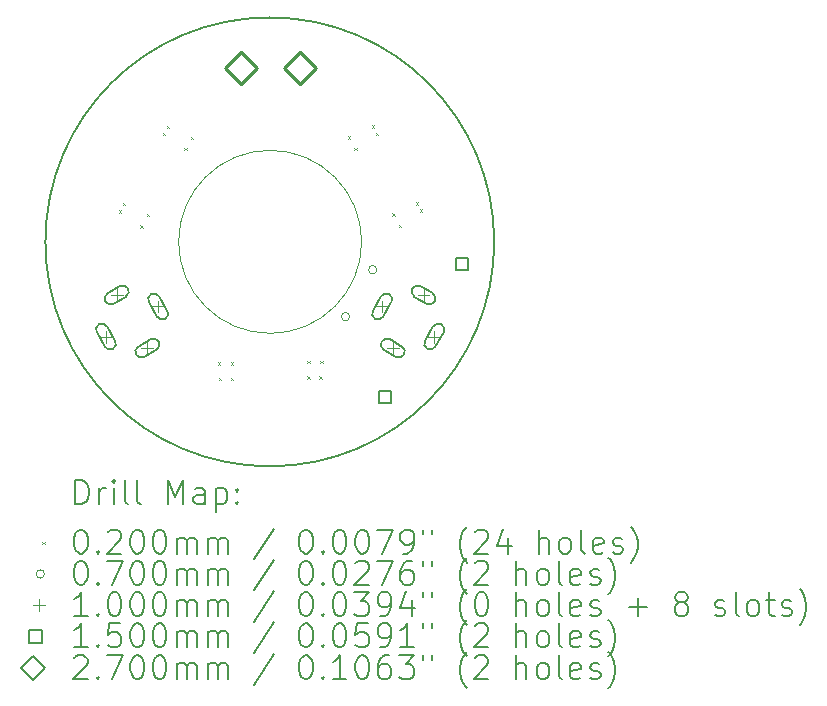
<source format=gbr>
%TF.GenerationSoftware,KiCad,Pcbnew,7.0.8-7.0.8~ubuntu22.04.1*%
%TF.CreationDate,2023-10-19T22:21:27+02:00*%
%TF.ProjectId,LightPipe_PCB,4c696768-7450-4697-9065-5f5043422e6b,v0.1.2*%
%TF.SameCoordinates,Original*%
%TF.FileFunction,Drillmap*%
%TF.FilePolarity,Positive*%
%FSLAX45Y45*%
G04 Gerber Fmt 4.5, Leading zero omitted, Abs format (unit mm)*
G04 Created by KiCad (PCBNEW 7.0.8-7.0.8~ubuntu22.04.1) date 2023-10-19 22:21:27*
%MOMM*%
%LPD*%
G01*
G04 APERTURE LIST*
%ADD10C,0.100000*%
%ADD11C,0.150000*%
%ADD12C,0.200000*%
%ADD13C,0.020000*%
%ADD14C,0.070000*%
%ADD15C,0.270000*%
G04 APERTURE END LIST*
D10*
X13475000Y-9000000D02*
G75*
G03*
X13475000Y-9000000I-775000J0D01*
G01*
D11*
X14597410Y-9000457D02*
G75*
G03*
X14597410Y-9000457I-1900000J0D01*
G01*
D12*
D13*
X11419474Y-8732679D02*
X11439474Y-8752679D01*
X11439474Y-8732679D02*
X11419474Y-8752679D01*
X11454474Y-8672058D02*
X11474474Y-8692058D01*
X11474474Y-8672058D02*
X11454474Y-8692058D01*
X11600000Y-8860000D02*
X11620000Y-8880000D01*
X11620000Y-8860000D02*
X11600000Y-8880000D01*
X11655000Y-8764737D02*
X11675000Y-8784737D01*
X11675000Y-8764737D02*
X11655000Y-8784737D01*
X11792468Y-8077942D02*
X11812468Y-8097942D01*
X11812468Y-8077942D02*
X11792468Y-8097942D01*
X11827468Y-8017320D02*
X11847468Y-8037320D01*
X11847468Y-8017320D02*
X11827468Y-8037320D01*
X11972994Y-8205263D02*
X11992994Y-8225263D01*
X11992994Y-8205263D02*
X11972994Y-8225263D01*
X12027994Y-8110000D02*
X12047994Y-8130000D01*
X12047994Y-8110000D02*
X12027994Y-8130000D01*
X12254869Y-10020547D02*
X12274869Y-10040547D01*
X12274869Y-10020547D02*
X12254869Y-10040547D01*
X12264869Y-10150547D02*
X12284869Y-10170547D01*
X12284869Y-10150547D02*
X12264869Y-10170547D01*
X12364869Y-10020547D02*
X12384869Y-10040547D01*
X12384869Y-10020547D02*
X12364869Y-10040547D01*
X12364869Y-10150547D02*
X12384869Y-10170547D01*
X12384869Y-10150547D02*
X12364869Y-10170547D01*
X13016521Y-10009719D02*
X13036521Y-10029719D01*
X13036521Y-10009719D02*
X13016521Y-10029719D01*
X13016521Y-10139719D02*
X13036521Y-10159719D01*
X13036521Y-10139719D02*
X13016521Y-10159719D01*
X13116521Y-10139719D02*
X13136521Y-10159719D01*
X13136521Y-10139719D02*
X13116521Y-10159719D01*
X13126521Y-10009719D02*
X13146521Y-10029719D01*
X13146521Y-10009719D02*
X13126521Y-10029719D01*
X13358989Y-8107199D02*
X13378989Y-8127199D01*
X13378989Y-8107199D02*
X13358989Y-8127199D01*
X13413989Y-8202462D02*
X13433989Y-8222462D01*
X13433989Y-8202462D02*
X13413989Y-8222462D01*
X13559514Y-8014520D02*
X13579514Y-8034520D01*
X13579514Y-8014520D02*
X13559514Y-8034520D01*
X13594514Y-8075142D02*
X13614514Y-8095142D01*
X13614514Y-8075142D02*
X13594514Y-8095142D01*
X13733245Y-8758214D02*
X13753245Y-8778214D01*
X13753245Y-8758214D02*
X13733245Y-8778214D01*
X13788245Y-8853477D02*
X13808245Y-8873477D01*
X13808245Y-8853477D02*
X13788245Y-8873477D01*
X13933771Y-8665535D02*
X13953771Y-8685535D01*
X13953771Y-8665535D02*
X13933771Y-8685535D01*
X13968771Y-8726156D02*
X13988771Y-8746156D01*
X13988771Y-8726156D02*
X13968771Y-8746156D01*
D14*
X13373442Y-9634186D02*
G75*
G03*
X13373442Y-9634186I-35000J0D01*
G01*
X13603442Y-9235814D02*
G75*
G03*
X13603442Y-9235814I-35000J0D01*
G01*
D10*
X11310029Y-9752500D02*
X11310029Y-9852500D01*
X11260029Y-9802500D02*
X11360029Y-9802500D01*
D12*
X11388330Y-9838122D02*
X11318330Y-9716878D01*
X11318330Y-9716878D02*
G75*
G03*
X11231728Y-9766878I-43301J-25000D01*
G01*
X11231728Y-9766878D02*
X11301728Y-9888122D01*
X11301728Y-9888122D02*
G75*
G03*
X11388330Y-9838122I43301J25000D01*
G01*
D10*
X11400866Y-9399833D02*
X11400866Y-9499833D01*
X11350866Y-9449833D02*
X11450866Y-9449833D01*
D12*
X11373904Y-9523135D02*
X11477827Y-9463135D01*
X11477827Y-9463135D02*
G75*
G03*
X11427827Y-9376532I-25000J43301D01*
G01*
X11427827Y-9376532D02*
X11323904Y-9436532D01*
X11323904Y-9436532D02*
G75*
G03*
X11373904Y-9523135I25000J-43301D01*
G01*
D10*
X11660866Y-9850167D02*
X11660866Y-9950167D01*
X11610866Y-9900167D02*
X11710866Y-9900167D01*
D12*
X11633904Y-9973468D02*
X11737827Y-9913468D01*
X11737827Y-9913468D02*
G75*
G03*
X11687827Y-9826865I-25000J43301D01*
G01*
X11687827Y-9826865D02*
X11583904Y-9886865D01*
X11583904Y-9886865D02*
G75*
G03*
X11633904Y-9973468I25000J-43301D01*
G01*
D10*
X11751702Y-9497500D02*
X11751702Y-9597500D01*
X11701702Y-9547500D02*
X11801702Y-9547500D01*
D12*
X11830003Y-9583122D02*
X11760003Y-9461878D01*
X11760003Y-9461878D02*
G75*
G03*
X11673401Y-9511878I-43301J-25000D01*
G01*
X11673401Y-9511878D02*
X11743401Y-9633122D01*
X11743401Y-9633122D02*
G75*
G03*
X11830003Y-9583122I43301J25000D01*
G01*
D10*
X13648298Y-9497500D02*
X13648298Y-9597500D01*
X13598298Y-9547500D02*
X13698298Y-9547500D01*
D12*
X13639996Y-9461878D02*
X13569996Y-9583122D01*
X13569996Y-9583122D02*
G75*
G03*
X13656599Y-9633122I43301J-25000D01*
G01*
X13656599Y-9633122D02*
X13726599Y-9511878D01*
X13726599Y-9511878D02*
G75*
G03*
X13639996Y-9461878I-43301J25000D01*
G01*
D10*
X13739134Y-9850167D02*
X13739134Y-9950167D01*
X13689134Y-9900167D02*
X13789134Y-9900167D01*
D12*
X13816096Y-9886865D02*
X13712173Y-9826865D01*
X13712173Y-9826865D02*
G75*
G03*
X13662173Y-9913468I-25000J-43301D01*
G01*
X13662173Y-9913468D02*
X13766096Y-9973468D01*
X13766096Y-9973468D02*
G75*
G03*
X13816096Y-9886865I25000J43301D01*
G01*
D10*
X13999134Y-9399833D02*
X13999134Y-9499833D01*
X13949134Y-9449833D02*
X14049134Y-9449833D01*
D12*
X14076096Y-9436532D02*
X13972173Y-9376532D01*
X13972173Y-9376532D02*
G75*
G03*
X13922173Y-9463135I-25000J-43301D01*
G01*
X13922173Y-9463135D02*
X14026096Y-9523135D01*
X14026096Y-9523135D02*
G75*
G03*
X14076096Y-9436532I25000J43301D01*
G01*
D10*
X14089971Y-9752500D02*
X14089971Y-9852500D01*
X14039971Y-9802500D02*
X14139971Y-9802500D01*
D12*
X14081669Y-9716878D02*
X14011669Y-9838122D01*
X14011669Y-9838122D02*
G75*
G03*
X14098272Y-9888122I43301J-25000D01*
G01*
X14098272Y-9888122D02*
X14168272Y-9766878D01*
X14168272Y-9766878D02*
G75*
G03*
X14081669Y-9716878I-43301J25000D01*
G01*
D11*
X13727072Y-10365950D02*
X13727072Y-10259883D01*
X13621005Y-10259883D01*
X13621005Y-10365950D01*
X13727072Y-10365950D01*
X14377072Y-9240117D02*
X14377072Y-9134050D01*
X14271005Y-9134050D01*
X14271005Y-9240117D01*
X14377072Y-9240117D01*
D15*
X12450000Y-7665000D02*
X12585000Y-7530000D01*
X12450000Y-7395000D01*
X12315000Y-7530000D01*
X12450000Y-7665000D01*
X12950000Y-7665000D02*
X13085000Y-7530000D01*
X12950000Y-7395000D01*
X12815000Y-7530000D01*
X12950000Y-7665000D01*
D12*
X11050687Y-11219440D02*
X11050687Y-11019441D01*
X11050687Y-11019441D02*
X11098306Y-11019441D01*
X11098306Y-11019441D02*
X11126877Y-11028964D01*
X11126877Y-11028964D02*
X11145925Y-11048012D01*
X11145925Y-11048012D02*
X11155449Y-11067060D01*
X11155449Y-11067060D02*
X11164973Y-11105155D01*
X11164973Y-11105155D02*
X11164973Y-11133726D01*
X11164973Y-11133726D02*
X11155449Y-11171821D01*
X11155449Y-11171821D02*
X11145925Y-11190869D01*
X11145925Y-11190869D02*
X11126877Y-11209917D01*
X11126877Y-11209917D02*
X11098306Y-11219440D01*
X11098306Y-11219440D02*
X11050687Y-11219440D01*
X11250687Y-11219440D02*
X11250687Y-11086107D01*
X11250687Y-11124202D02*
X11260211Y-11105155D01*
X11260211Y-11105155D02*
X11269734Y-11095631D01*
X11269734Y-11095631D02*
X11288782Y-11086107D01*
X11288782Y-11086107D02*
X11307830Y-11086107D01*
X11374496Y-11219440D02*
X11374496Y-11086107D01*
X11374496Y-11019441D02*
X11364973Y-11028964D01*
X11364973Y-11028964D02*
X11374496Y-11038488D01*
X11374496Y-11038488D02*
X11384020Y-11028964D01*
X11384020Y-11028964D02*
X11374496Y-11019441D01*
X11374496Y-11019441D02*
X11374496Y-11038488D01*
X11498306Y-11219440D02*
X11479258Y-11209917D01*
X11479258Y-11209917D02*
X11469734Y-11190869D01*
X11469734Y-11190869D02*
X11469734Y-11019441D01*
X11603068Y-11219440D02*
X11584020Y-11209917D01*
X11584020Y-11209917D02*
X11574496Y-11190869D01*
X11574496Y-11190869D02*
X11574496Y-11019441D01*
X11831639Y-11219440D02*
X11831639Y-11019441D01*
X11831639Y-11019441D02*
X11898306Y-11162298D01*
X11898306Y-11162298D02*
X11964973Y-11019441D01*
X11964973Y-11019441D02*
X11964973Y-11219440D01*
X12145925Y-11219440D02*
X12145925Y-11114679D01*
X12145925Y-11114679D02*
X12136401Y-11095631D01*
X12136401Y-11095631D02*
X12117354Y-11086107D01*
X12117354Y-11086107D02*
X12079258Y-11086107D01*
X12079258Y-11086107D02*
X12060211Y-11095631D01*
X12145925Y-11209917D02*
X12126877Y-11219440D01*
X12126877Y-11219440D02*
X12079258Y-11219440D01*
X12079258Y-11219440D02*
X12060211Y-11209917D01*
X12060211Y-11209917D02*
X12050687Y-11190869D01*
X12050687Y-11190869D02*
X12050687Y-11171821D01*
X12050687Y-11171821D02*
X12060211Y-11152774D01*
X12060211Y-11152774D02*
X12079258Y-11143250D01*
X12079258Y-11143250D02*
X12126877Y-11143250D01*
X12126877Y-11143250D02*
X12145925Y-11133726D01*
X12241163Y-11086107D02*
X12241163Y-11286107D01*
X12241163Y-11095631D02*
X12260211Y-11086107D01*
X12260211Y-11086107D02*
X12298306Y-11086107D01*
X12298306Y-11086107D02*
X12317354Y-11095631D01*
X12317354Y-11095631D02*
X12326877Y-11105155D01*
X12326877Y-11105155D02*
X12336401Y-11124202D01*
X12336401Y-11124202D02*
X12336401Y-11181345D01*
X12336401Y-11181345D02*
X12326877Y-11200393D01*
X12326877Y-11200393D02*
X12317354Y-11209917D01*
X12317354Y-11209917D02*
X12298306Y-11219440D01*
X12298306Y-11219440D02*
X12260211Y-11219440D01*
X12260211Y-11219440D02*
X12241163Y-11209917D01*
X12422115Y-11200393D02*
X12431639Y-11209917D01*
X12431639Y-11209917D02*
X12422115Y-11219440D01*
X12422115Y-11219440D02*
X12412592Y-11209917D01*
X12412592Y-11209917D02*
X12422115Y-11200393D01*
X12422115Y-11200393D02*
X12422115Y-11219440D01*
X12422115Y-11095631D02*
X12431639Y-11105155D01*
X12431639Y-11105155D02*
X12422115Y-11114679D01*
X12422115Y-11114679D02*
X12412592Y-11105155D01*
X12412592Y-11105155D02*
X12422115Y-11095631D01*
X12422115Y-11095631D02*
X12422115Y-11114679D01*
D13*
X10769910Y-11537957D02*
X10789910Y-11557957D01*
X10789910Y-11537957D02*
X10769910Y-11557957D01*
D12*
X11088782Y-11439440D02*
X11107830Y-11439440D01*
X11107830Y-11439440D02*
X11126877Y-11448964D01*
X11126877Y-11448964D02*
X11136401Y-11458488D01*
X11136401Y-11458488D02*
X11145925Y-11477536D01*
X11145925Y-11477536D02*
X11155449Y-11515631D01*
X11155449Y-11515631D02*
X11155449Y-11563250D01*
X11155449Y-11563250D02*
X11145925Y-11601345D01*
X11145925Y-11601345D02*
X11136401Y-11620393D01*
X11136401Y-11620393D02*
X11126877Y-11629917D01*
X11126877Y-11629917D02*
X11107830Y-11639440D01*
X11107830Y-11639440D02*
X11088782Y-11639440D01*
X11088782Y-11639440D02*
X11069735Y-11629917D01*
X11069735Y-11629917D02*
X11060211Y-11620393D01*
X11060211Y-11620393D02*
X11050687Y-11601345D01*
X11050687Y-11601345D02*
X11041163Y-11563250D01*
X11041163Y-11563250D02*
X11041163Y-11515631D01*
X11041163Y-11515631D02*
X11050687Y-11477536D01*
X11050687Y-11477536D02*
X11060211Y-11458488D01*
X11060211Y-11458488D02*
X11069735Y-11448964D01*
X11069735Y-11448964D02*
X11088782Y-11439440D01*
X11241163Y-11620393D02*
X11250687Y-11629917D01*
X11250687Y-11629917D02*
X11241163Y-11639440D01*
X11241163Y-11639440D02*
X11231639Y-11629917D01*
X11231639Y-11629917D02*
X11241163Y-11620393D01*
X11241163Y-11620393D02*
X11241163Y-11639440D01*
X11326877Y-11458488D02*
X11336401Y-11448964D01*
X11336401Y-11448964D02*
X11355449Y-11439440D01*
X11355449Y-11439440D02*
X11403068Y-11439440D01*
X11403068Y-11439440D02*
X11422115Y-11448964D01*
X11422115Y-11448964D02*
X11431639Y-11458488D01*
X11431639Y-11458488D02*
X11441163Y-11477536D01*
X11441163Y-11477536D02*
X11441163Y-11496583D01*
X11441163Y-11496583D02*
X11431639Y-11525155D01*
X11431639Y-11525155D02*
X11317354Y-11639440D01*
X11317354Y-11639440D02*
X11441163Y-11639440D01*
X11564973Y-11439440D02*
X11584020Y-11439440D01*
X11584020Y-11439440D02*
X11603068Y-11448964D01*
X11603068Y-11448964D02*
X11612592Y-11458488D01*
X11612592Y-11458488D02*
X11622115Y-11477536D01*
X11622115Y-11477536D02*
X11631639Y-11515631D01*
X11631639Y-11515631D02*
X11631639Y-11563250D01*
X11631639Y-11563250D02*
X11622115Y-11601345D01*
X11622115Y-11601345D02*
X11612592Y-11620393D01*
X11612592Y-11620393D02*
X11603068Y-11629917D01*
X11603068Y-11629917D02*
X11584020Y-11639440D01*
X11584020Y-11639440D02*
X11564973Y-11639440D01*
X11564973Y-11639440D02*
X11545925Y-11629917D01*
X11545925Y-11629917D02*
X11536401Y-11620393D01*
X11536401Y-11620393D02*
X11526877Y-11601345D01*
X11526877Y-11601345D02*
X11517354Y-11563250D01*
X11517354Y-11563250D02*
X11517354Y-11515631D01*
X11517354Y-11515631D02*
X11526877Y-11477536D01*
X11526877Y-11477536D02*
X11536401Y-11458488D01*
X11536401Y-11458488D02*
X11545925Y-11448964D01*
X11545925Y-11448964D02*
X11564973Y-11439440D01*
X11755449Y-11439440D02*
X11774496Y-11439440D01*
X11774496Y-11439440D02*
X11793544Y-11448964D01*
X11793544Y-11448964D02*
X11803068Y-11458488D01*
X11803068Y-11458488D02*
X11812592Y-11477536D01*
X11812592Y-11477536D02*
X11822115Y-11515631D01*
X11822115Y-11515631D02*
X11822115Y-11563250D01*
X11822115Y-11563250D02*
X11812592Y-11601345D01*
X11812592Y-11601345D02*
X11803068Y-11620393D01*
X11803068Y-11620393D02*
X11793544Y-11629917D01*
X11793544Y-11629917D02*
X11774496Y-11639440D01*
X11774496Y-11639440D02*
X11755449Y-11639440D01*
X11755449Y-11639440D02*
X11736401Y-11629917D01*
X11736401Y-11629917D02*
X11726877Y-11620393D01*
X11726877Y-11620393D02*
X11717354Y-11601345D01*
X11717354Y-11601345D02*
X11707830Y-11563250D01*
X11707830Y-11563250D02*
X11707830Y-11515631D01*
X11707830Y-11515631D02*
X11717354Y-11477536D01*
X11717354Y-11477536D02*
X11726877Y-11458488D01*
X11726877Y-11458488D02*
X11736401Y-11448964D01*
X11736401Y-11448964D02*
X11755449Y-11439440D01*
X11907830Y-11639440D02*
X11907830Y-11506107D01*
X11907830Y-11525155D02*
X11917354Y-11515631D01*
X11917354Y-11515631D02*
X11936401Y-11506107D01*
X11936401Y-11506107D02*
X11964973Y-11506107D01*
X11964973Y-11506107D02*
X11984020Y-11515631D01*
X11984020Y-11515631D02*
X11993544Y-11534679D01*
X11993544Y-11534679D02*
X11993544Y-11639440D01*
X11993544Y-11534679D02*
X12003068Y-11515631D01*
X12003068Y-11515631D02*
X12022115Y-11506107D01*
X12022115Y-11506107D02*
X12050687Y-11506107D01*
X12050687Y-11506107D02*
X12069735Y-11515631D01*
X12069735Y-11515631D02*
X12079258Y-11534679D01*
X12079258Y-11534679D02*
X12079258Y-11639440D01*
X12174496Y-11639440D02*
X12174496Y-11506107D01*
X12174496Y-11525155D02*
X12184020Y-11515631D01*
X12184020Y-11515631D02*
X12203068Y-11506107D01*
X12203068Y-11506107D02*
X12231639Y-11506107D01*
X12231639Y-11506107D02*
X12250687Y-11515631D01*
X12250687Y-11515631D02*
X12260211Y-11534679D01*
X12260211Y-11534679D02*
X12260211Y-11639440D01*
X12260211Y-11534679D02*
X12269735Y-11515631D01*
X12269735Y-11515631D02*
X12288782Y-11506107D01*
X12288782Y-11506107D02*
X12317354Y-11506107D01*
X12317354Y-11506107D02*
X12336401Y-11515631D01*
X12336401Y-11515631D02*
X12345925Y-11534679D01*
X12345925Y-11534679D02*
X12345925Y-11639440D01*
X12736401Y-11429917D02*
X12564973Y-11687059D01*
X12993544Y-11439440D02*
X13012592Y-11439440D01*
X13012592Y-11439440D02*
X13031639Y-11448964D01*
X13031639Y-11448964D02*
X13041163Y-11458488D01*
X13041163Y-11458488D02*
X13050687Y-11477536D01*
X13050687Y-11477536D02*
X13060211Y-11515631D01*
X13060211Y-11515631D02*
X13060211Y-11563250D01*
X13060211Y-11563250D02*
X13050687Y-11601345D01*
X13050687Y-11601345D02*
X13041163Y-11620393D01*
X13041163Y-11620393D02*
X13031639Y-11629917D01*
X13031639Y-11629917D02*
X13012592Y-11639440D01*
X13012592Y-11639440D02*
X12993544Y-11639440D01*
X12993544Y-11639440D02*
X12974497Y-11629917D01*
X12974497Y-11629917D02*
X12964973Y-11620393D01*
X12964973Y-11620393D02*
X12955449Y-11601345D01*
X12955449Y-11601345D02*
X12945925Y-11563250D01*
X12945925Y-11563250D02*
X12945925Y-11515631D01*
X12945925Y-11515631D02*
X12955449Y-11477536D01*
X12955449Y-11477536D02*
X12964973Y-11458488D01*
X12964973Y-11458488D02*
X12974497Y-11448964D01*
X12974497Y-11448964D02*
X12993544Y-11439440D01*
X13145925Y-11620393D02*
X13155449Y-11629917D01*
X13155449Y-11629917D02*
X13145925Y-11639440D01*
X13145925Y-11639440D02*
X13136401Y-11629917D01*
X13136401Y-11629917D02*
X13145925Y-11620393D01*
X13145925Y-11620393D02*
X13145925Y-11639440D01*
X13279258Y-11439440D02*
X13298306Y-11439440D01*
X13298306Y-11439440D02*
X13317354Y-11448964D01*
X13317354Y-11448964D02*
X13326878Y-11458488D01*
X13326878Y-11458488D02*
X13336401Y-11477536D01*
X13336401Y-11477536D02*
X13345925Y-11515631D01*
X13345925Y-11515631D02*
X13345925Y-11563250D01*
X13345925Y-11563250D02*
X13336401Y-11601345D01*
X13336401Y-11601345D02*
X13326878Y-11620393D01*
X13326878Y-11620393D02*
X13317354Y-11629917D01*
X13317354Y-11629917D02*
X13298306Y-11639440D01*
X13298306Y-11639440D02*
X13279258Y-11639440D01*
X13279258Y-11639440D02*
X13260211Y-11629917D01*
X13260211Y-11629917D02*
X13250687Y-11620393D01*
X13250687Y-11620393D02*
X13241163Y-11601345D01*
X13241163Y-11601345D02*
X13231639Y-11563250D01*
X13231639Y-11563250D02*
X13231639Y-11515631D01*
X13231639Y-11515631D02*
X13241163Y-11477536D01*
X13241163Y-11477536D02*
X13250687Y-11458488D01*
X13250687Y-11458488D02*
X13260211Y-11448964D01*
X13260211Y-11448964D02*
X13279258Y-11439440D01*
X13469735Y-11439440D02*
X13488782Y-11439440D01*
X13488782Y-11439440D02*
X13507830Y-11448964D01*
X13507830Y-11448964D02*
X13517354Y-11458488D01*
X13517354Y-11458488D02*
X13526878Y-11477536D01*
X13526878Y-11477536D02*
X13536401Y-11515631D01*
X13536401Y-11515631D02*
X13536401Y-11563250D01*
X13536401Y-11563250D02*
X13526878Y-11601345D01*
X13526878Y-11601345D02*
X13517354Y-11620393D01*
X13517354Y-11620393D02*
X13507830Y-11629917D01*
X13507830Y-11629917D02*
X13488782Y-11639440D01*
X13488782Y-11639440D02*
X13469735Y-11639440D01*
X13469735Y-11639440D02*
X13450687Y-11629917D01*
X13450687Y-11629917D02*
X13441163Y-11620393D01*
X13441163Y-11620393D02*
X13431639Y-11601345D01*
X13431639Y-11601345D02*
X13422116Y-11563250D01*
X13422116Y-11563250D02*
X13422116Y-11515631D01*
X13422116Y-11515631D02*
X13431639Y-11477536D01*
X13431639Y-11477536D02*
X13441163Y-11458488D01*
X13441163Y-11458488D02*
X13450687Y-11448964D01*
X13450687Y-11448964D02*
X13469735Y-11439440D01*
X13603068Y-11439440D02*
X13736401Y-11439440D01*
X13736401Y-11439440D02*
X13650687Y-11639440D01*
X13822116Y-11639440D02*
X13860211Y-11639440D01*
X13860211Y-11639440D02*
X13879259Y-11629917D01*
X13879259Y-11629917D02*
X13888782Y-11620393D01*
X13888782Y-11620393D02*
X13907830Y-11591821D01*
X13907830Y-11591821D02*
X13917354Y-11553726D01*
X13917354Y-11553726D02*
X13917354Y-11477536D01*
X13917354Y-11477536D02*
X13907830Y-11458488D01*
X13907830Y-11458488D02*
X13898306Y-11448964D01*
X13898306Y-11448964D02*
X13879259Y-11439440D01*
X13879259Y-11439440D02*
X13841163Y-11439440D01*
X13841163Y-11439440D02*
X13822116Y-11448964D01*
X13822116Y-11448964D02*
X13812592Y-11458488D01*
X13812592Y-11458488D02*
X13803068Y-11477536D01*
X13803068Y-11477536D02*
X13803068Y-11525155D01*
X13803068Y-11525155D02*
X13812592Y-11544202D01*
X13812592Y-11544202D02*
X13822116Y-11553726D01*
X13822116Y-11553726D02*
X13841163Y-11563250D01*
X13841163Y-11563250D02*
X13879259Y-11563250D01*
X13879259Y-11563250D02*
X13898306Y-11553726D01*
X13898306Y-11553726D02*
X13907830Y-11544202D01*
X13907830Y-11544202D02*
X13917354Y-11525155D01*
X13993544Y-11439440D02*
X13993544Y-11477536D01*
X14069735Y-11439440D02*
X14069735Y-11477536D01*
X14364973Y-11715631D02*
X14355449Y-11706107D01*
X14355449Y-11706107D02*
X14336401Y-11677536D01*
X14336401Y-11677536D02*
X14326878Y-11658488D01*
X14326878Y-11658488D02*
X14317354Y-11629917D01*
X14317354Y-11629917D02*
X14307830Y-11582298D01*
X14307830Y-11582298D02*
X14307830Y-11544202D01*
X14307830Y-11544202D02*
X14317354Y-11496583D01*
X14317354Y-11496583D02*
X14326878Y-11468012D01*
X14326878Y-11468012D02*
X14336401Y-11448964D01*
X14336401Y-11448964D02*
X14355449Y-11420393D01*
X14355449Y-11420393D02*
X14364973Y-11410869D01*
X14431640Y-11458488D02*
X14441163Y-11448964D01*
X14441163Y-11448964D02*
X14460211Y-11439440D01*
X14460211Y-11439440D02*
X14507830Y-11439440D01*
X14507830Y-11439440D02*
X14526878Y-11448964D01*
X14526878Y-11448964D02*
X14536401Y-11458488D01*
X14536401Y-11458488D02*
X14545925Y-11477536D01*
X14545925Y-11477536D02*
X14545925Y-11496583D01*
X14545925Y-11496583D02*
X14536401Y-11525155D01*
X14536401Y-11525155D02*
X14422116Y-11639440D01*
X14422116Y-11639440D02*
X14545925Y-11639440D01*
X14717354Y-11506107D02*
X14717354Y-11639440D01*
X14669735Y-11429917D02*
X14622116Y-11572774D01*
X14622116Y-11572774D02*
X14745925Y-11572774D01*
X14974497Y-11639440D02*
X14974497Y-11439440D01*
X15060211Y-11639440D02*
X15060211Y-11534679D01*
X15060211Y-11534679D02*
X15050687Y-11515631D01*
X15050687Y-11515631D02*
X15031640Y-11506107D01*
X15031640Y-11506107D02*
X15003068Y-11506107D01*
X15003068Y-11506107D02*
X14984021Y-11515631D01*
X14984021Y-11515631D02*
X14974497Y-11525155D01*
X15184021Y-11639440D02*
X15164973Y-11629917D01*
X15164973Y-11629917D02*
X15155449Y-11620393D01*
X15155449Y-11620393D02*
X15145925Y-11601345D01*
X15145925Y-11601345D02*
X15145925Y-11544202D01*
X15145925Y-11544202D02*
X15155449Y-11525155D01*
X15155449Y-11525155D02*
X15164973Y-11515631D01*
X15164973Y-11515631D02*
X15184021Y-11506107D01*
X15184021Y-11506107D02*
X15212592Y-11506107D01*
X15212592Y-11506107D02*
X15231640Y-11515631D01*
X15231640Y-11515631D02*
X15241163Y-11525155D01*
X15241163Y-11525155D02*
X15250687Y-11544202D01*
X15250687Y-11544202D02*
X15250687Y-11601345D01*
X15250687Y-11601345D02*
X15241163Y-11620393D01*
X15241163Y-11620393D02*
X15231640Y-11629917D01*
X15231640Y-11629917D02*
X15212592Y-11639440D01*
X15212592Y-11639440D02*
X15184021Y-11639440D01*
X15364973Y-11639440D02*
X15345925Y-11629917D01*
X15345925Y-11629917D02*
X15336402Y-11610869D01*
X15336402Y-11610869D02*
X15336402Y-11439440D01*
X15517354Y-11629917D02*
X15498306Y-11639440D01*
X15498306Y-11639440D02*
X15460211Y-11639440D01*
X15460211Y-11639440D02*
X15441163Y-11629917D01*
X15441163Y-11629917D02*
X15431640Y-11610869D01*
X15431640Y-11610869D02*
X15431640Y-11534679D01*
X15431640Y-11534679D02*
X15441163Y-11515631D01*
X15441163Y-11515631D02*
X15460211Y-11506107D01*
X15460211Y-11506107D02*
X15498306Y-11506107D01*
X15498306Y-11506107D02*
X15517354Y-11515631D01*
X15517354Y-11515631D02*
X15526878Y-11534679D01*
X15526878Y-11534679D02*
X15526878Y-11553726D01*
X15526878Y-11553726D02*
X15431640Y-11572774D01*
X15603068Y-11629917D02*
X15622116Y-11639440D01*
X15622116Y-11639440D02*
X15660211Y-11639440D01*
X15660211Y-11639440D02*
X15679259Y-11629917D01*
X15679259Y-11629917D02*
X15688783Y-11610869D01*
X15688783Y-11610869D02*
X15688783Y-11601345D01*
X15688783Y-11601345D02*
X15679259Y-11582298D01*
X15679259Y-11582298D02*
X15660211Y-11572774D01*
X15660211Y-11572774D02*
X15631640Y-11572774D01*
X15631640Y-11572774D02*
X15612592Y-11563250D01*
X15612592Y-11563250D02*
X15603068Y-11544202D01*
X15603068Y-11544202D02*
X15603068Y-11534679D01*
X15603068Y-11534679D02*
X15612592Y-11515631D01*
X15612592Y-11515631D02*
X15631640Y-11506107D01*
X15631640Y-11506107D02*
X15660211Y-11506107D01*
X15660211Y-11506107D02*
X15679259Y-11515631D01*
X15755449Y-11715631D02*
X15764973Y-11706107D01*
X15764973Y-11706107D02*
X15784021Y-11677536D01*
X15784021Y-11677536D02*
X15793544Y-11658488D01*
X15793544Y-11658488D02*
X15803068Y-11629917D01*
X15803068Y-11629917D02*
X15812592Y-11582298D01*
X15812592Y-11582298D02*
X15812592Y-11544202D01*
X15812592Y-11544202D02*
X15803068Y-11496583D01*
X15803068Y-11496583D02*
X15793544Y-11468012D01*
X15793544Y-11468012D02*
X15784021Y-11448964D01*
X15784021Y-11448964D02*
X15764973Y-11420393D01*
X15764973Y-11420393D02*
X15755449Y-11410869D01*
D14*
X10789910Y-11811957D02*
G75*
G03*
X10789910Y-11811957I-35000J0D01*
G01*
D12*
X11088782Y-11703440D02*
X11107830Y-11703440D01*
X11107830Y-11703440D02*
X11126877Y-11712964D01*
X11126877Y-11712964D02*
X11136401Y-11722488D01*
X11136401Y-11722488D02*
X11145925Y-11741536D01*
X11145925Y-11741536D02*
X11155449Y-11779631D01*
X11155449Y-11779631D02*
X11155449Y-11827250D01*
X11155449Y-11827250D02*
X11145925Y-11865345D01*
X11145925Y-11865345D02*
X11136401Y-11884393D01*
X11136401Y-11884393D02*
X11126877Y-11893917D01*
X11126877Y-11893917D02*
X11107830Y-11903440D01*
X11107830Y-11903440D02*
X11088782Y-11903440D01*
X11088782Y-11903440D02*
X11069735Y-11893917D01*
X11069735Y-11893917D02*
X11060211Y-11884393D01*
X11060211Y-11884393D02*
X11050687Y-11865345D01*
X11050687Y-11865345D02*
X11041163Y-11827250D01*
X11041163Y-11827250D02*
X11041163Y-11779631D01*
X11041163Y-11779631D02*
X11050687Y-11741536D01*
X11050687Y-11741536D02*
X11060211Y-11722488D01*
X11060211Y-11722488D02*
X11069735Y-11712964D01*
X11069735Y-11712964D02*
X11088782Y-11703440D01*
X11241163Y-11884393D02*
X11250687Y-11893917D01*
X11250687Y-11893917D02*
X11241163Y-11903440D01*
X11241163Y-11903440D02*
X11231639Y-11893917D01*
X11231639Y-11893917D02*
X11241163Y-11884393D01*
X11241163Y-11884393D02*
X11241163Y-11903440D01*
X11317354Y-11703440D02*
X11450687Y-11703440D01*
X11450687Y-11703440D02*
X11364973Y-11903440D01*
X11564973Y-11703440D02*
X11584020Y-11703440D01*
X11584020Y-11703440D02*
X11603068Y-11712964D01*
X11603068Y-11712964D02*
X11612592Y-11722488D01*
X11612592Y-11722488D02*
X11622115Y-11741536D01*
X11622115Y-11741536D02*
X11631639Y-11779631D01*
X11631639Y-11779631D02*
X11631639Y-11827250D01*
X11631639Y-11827250D02*
X11622115Y-11865345D01*
X11622115Y-11865345D02*
X11612592Y-11884393D01*
X11612592Y-11884393D02*
X11603068Y-11893917D01*
X11603068Y-11893917D02*
X11584020Y-11903440D01*
X11584020Y-11903440D02*
X11564973Y-11903440D01*
X11564973Y-11903440D02*
X11545925Y-11893917D01*
X11545925Y-11893917D02*
X11536401Y-11884393D01*
X11536401Y-11884393D02*
X11526877Y-11865345D01*
X11526877Y-11865345D02*
X11517354Y-11827250D01*
X11517354Y-11827250D02*
X11517354Y-11779631D01*
X11517354Y-11779631D02*
X11526877Y-11741536D01*
X11526877Y-11741536D02*
X11536401Y-11722488D01*
X11536401Y-11722488D02*
X11545925Y-11712964D01*
X11545925Y-11712964D02*
X11564973Y-11703440D01*
X11755449Y-11703440D02*
X11774496Y-11703440D01*
X11774496Y-11703440D02*
X11793544Y-11712964D01*
X11793544Y-11712964D02*
X11803068Y-11722488D01*
X11803068Y-11722488D02*
X11812592Y-11741536D01*
X11812592Y-11741536D02*
X11822115Y-11779631D01*
X11822115Y-11779631D02*
X11822115Y-11827250D01*
X11822115Y-11827250D02*
X11812592Y-11865345D01*
X11812592Y-11865345D02*
X11803068Y-11884393D01*
X11803068Y-11884393D02*
X11793544Y-11893917D01*
X11793544Y-11893917D02*
X11774496Y-11903440D01*
X11774496Y-11903440D02*
X11755449Y-11903440D01*
X11755449Y-11903440D02*
X11736401Y-11893917D01*
X11736401Y-11893917D02*
X11726877Y-11884393D01*
X11726877Y-11884393D02*
X11717354Y-11865345D01*
X11717354Y-11865345D02*
X11707830Y-11827250D01*
X11707830Y-11827250D02*
X11707830Y-11779631D01*
X11707830Y-11779631D02*
X11717354Y-11741536D01*
X11717354Y-11741536D02*
X11726877Y-11722488D01*
X11726877Y-11722488D02*
X11736401Y-11712964D01*
X11736401Y-11712964D02*
X11755449Y-11703440D01*
X11907830Y-11903440D02*
X11907830Y-11770107D01*
X11907830Y-11789155D02*
X11917354Y-11779631D01*
X11917354Y-11779631D02*
X11936401Y-11770107D01*
X11936401Y-11770107D02*
X11964973Y-11770107D01*
X11964973Y-11770107D02*
X11984020Y-11779631D01*
X11984020Y-11779631D02*
X11993544Y-11798679D01*
X11993544Y-11798679D02*
X11993544Y-11903440D01*
X11993544Y-11798679D02*
X12003068Y-11779631D01*
X12003068Y-11779631D02*
X12022115Y-11770107D01*
X12022115Y-11770107D02*
X12050687Y-11770107D01*
X12050687Y-11770107D02*
X12069735Y-11779631D01*
X12069735Y-11779631D02*
X12079258Y-11798679D01*
X12079258Y-11798679D02*
X12079258Y-11903440D01*
X12174496Y-11903440D02*
X12174496Y-11770107D01*
X12174496Y-11789155D02*
X12184020Y-11779631D01*
X12184020Y-11779631D02*
X12203068Y-11770107D01*
X12203068Y-11770107D02*
X12231639Y-11770107D01*
X12231639Y-11770107D02*
X12250687Y-11779631D01*
X12250687Y-11779631D02*
X12260211Y-11798679D01*
X12260211Y-11798679D02*
X12260211Y-11903440D01*
X12260211Y-11798679D02*
X12269735Y-11779631D01*
X12269735Y-11779631D02*
X12288782Y-11770107D01*
X12288782Y-11770107D02*
X12317354Y-11770107D01*
X12317354Y-11770107D02*
X12336401Y-11779631D01*
X12336401Y-11779631D02*
X12345925Y-11798679D01*
X12345925Y-11798679D02*
X12345925Y-11903440D01*
X12736401Y-11693917D02*
X12564973Y-11951059D01*
X12993544Y-11703440D02*
X13012592Y-11703440D01*
X13012592Y-11703440D02*
X13031639Y-11712964D01*
X13031639Y-11712964D02*
X13041163Y-11722488D01*
X13041163Y-11722488D02*
X13050687Y-11741536D01*
X13050687Y-11741536D02*
X13060211Y-11779631D01*
X13060211Y-11779631D02*
X13060211Y-11827250D01*
X13060211Y-11827250D02*
X13050687Y-11865345D01*
X13050687Y-11865345D02*
X13041163Y-11884393D01*
X13041163Y-11884393D02*
X13031639Y-11893917D01*
X13031639Y-11893917D02*
X13012592Y-11903440D01*
X13012592Y-11903440D02*
X12993544Y-11903440D01*
X12993544Y-11903440D02*
X12974497Y-11893917D01*
X12974497Y-11893917D02*
X12964973Y-11884393D01*
X12964973Y-11884393D02*
X12955449Y-11865345D01*
X12955449Y-11865345D02*
X12945925Y-11827250D01*
X12945925Y-11827250D02*
X12945925Y-11779631D01*
X12945925Y-11779631D02*
X12955449Y-11741536D01*
X12955449Y-11741536D02*
X12964973Y-11722488D01*
X12964973Y-11722488D02*
X12974497Y-11712964D01*
X12974497Y-11712964D02*
X12993544Y-11703440D01*
X13145925Y-11884393D02*
X13155449Y-11893917D01*
X13155449Y-11893917D02*
X13145925Y-11903440D01*
X13145925Y-11903440D02*
X13136401Y-11893917D01*
X13136401Y-11893917D02*
X13145925Y-11884393D01*
X13145925Y-11884393D02*
X13145925Y-11903440D01*
X13279258Y-11703440D02*
X13298306Y-11703440D01*
X13298306Y-11703440D02*
X13317354Y-11712964D01*
X13317354Y-11712964D02*
X13326878Y-11722488D01*
X13326878Y-11722488D02*
X13336401Y-11741536D01*
X13336401Y-11741536D02*
X13345925Y-11779631D01*
X13345925Y-11779631D02*
X13345925Y-11827250D01*
X13345925Y-11827250D02*
X13336401Y-11865345D01*
X13336401Y-11865345D02*
X13326878Y-11884393D01*
X13326878Y-11884393D02*
X13317354Y-11893917D01*
X13317354Y-11893917D02*
X13298306Y-11903440D01*
X13298306Y-11903440D02*
X13279258Y-11903440D01*
X13279258Y-11903440D02*
X13260211Y-11893917D01*
X13260211Y-11893917D02*
X13250687Y-11884393D01*
X13250687Y-11884393D02*
X13241163Y-11865345D01*
X13241163Y-11865345D02*
X13231639Y-11827250D01*
X13231639Y-11827250D02*
X13231639Y-11779631D01*
X13231639Y-11779631D02*
X13241163Y-11741536D01*
X13241163Y-11741536D02*
X13250687Y-11722488D01*
X13250687Y-11722488D02*
X13260211Y-11712964D01*
X13260211Y-11712964D02*
X13279258Y-11703440D01*
X13422116Y-11722488D02*
X13431639Y-11712964D01*
X13431639Y-11712964D02*
X13450687Y-11703440D01*
X13450687Y-11703440D02*
X13498306Y-11703440D01*
X13498306Y-11703440D02*
X13517354Y-11712964D01*
X13517354Y-11712964D02*
X13526878Y-11722488D01*
X13526878Y-11722488D02*
X13536401Y-11741536D01*
X13536401Y-11741536D02*
X13536401Y-11760583D01*
X13536401Y-11760583D02*
X13526878Y-11789155D01*
X13526878Y-11789155D02*
X13412592Y-11903440D01*
X13412592Y-11903440D02*
X13536401Y-11903440D01*
X13603068Y-11703440D02*
X13736401Y-11703440D01*
X13736401Y-11703440D02*
X13650687Y-11903440D01*
X13898306Y-11703440D02*
X13860211Y-11703440D01*
X13860211Y-11703440D02*
X13841163Y-11712964D01*
X13841163Y-11712964D02*
X13831639Y-11722488D01*
X13831639Y-11722488D02*
X13812592Y-11751059D01*
X13812592Y-11751059D02*
X13803068Y-11789155D01*
X13803068Y-11789155D02*
X13803068Y-11865345D01*
X13803068Y-11865345D02*
X13812592Y-11884393D01*
X13812592Y-11884393D02*
X13822116Y-11893917D01*
X13822116Y-11893917D02*
X13841163Y-11903440D01*
X13841163Y-11903440D02*
X13879259Y-11903440D01*
X13879259Y-11903440D02*
X13898306Y-11893917D01*
X13898306Y-11893917D02*
X13907830Y-11884393D01*
X13907830Y-11884393D02*
X13917354Y-11865345D01*
X13917354Y-11865345D02*
X13917354Y-11817726D01*
X13917354Y-11817726D02*
X13907830Y-11798679D01*
X13907830Y-11798679D02*
X13898306Y-11789155D01*
X13898306Y-11789155D02*
X13879259Y-11779631D01*
X13879259Y-11779631D02*
X13841163Y-11779631D01*
X13841163Y-11779631D02*
X13822116Y-11789155D01*
X13822116Y-11789155D02*
X13812592Y-11798679D01*
X13812592Y-11798679D02*
X13803068Y-11817726D01*
X13993544Y-11703440D02*
X13993544Y-11741536D01*
X14069735Y-11703440D02*
X14069735Y-11741536D01*
X14364973Y-11979631D02*
X14355449Y-11970107D01*
X14355449Y-11970107D02*
X14336401Y-11941536D01*
X14336401Y-11941536D02*
X14326878Y-11922488D01*
X14326878Y-11922488D02*
X14317354Y-11893917D01*
X14317354Y-11893917D02*
X14307830Y-11846298D01*
X14307830Y-11846298D02*
X14307830Y-11808202D01*
X14307830Y-11808202D02*
X14317354Y-11760583D01*
X14317354Y-11760583D02*
X14326878Y-11732012D01*
X14326878Y-11732012D02*
X14336401Y-11712964D01*
X14336401Y-11712964D02*
X14355449Y-11684393D01*
X14355449Y-11684393D02*
X14364973Y-11674869D01*
X14431640Y-11722488D02*
X14441163Y-11712964D01*
X14441163Y-11712964D02*
X14460211Y-11703440D01*
X14460211Y-11703440D02*
X14507830Y-11703440D01*
X14507830Y-11703440D02*
X14526878Y-11712964D01*
X14526878Y-11712964D02*
X14536401Y-11722488D01*
X14536401Y-11722488D02*
X14545925Y-11741536D01*
X14545925Y-11741536D02*
X14545925Y-11760583D01*
X14545925Y-11760583D02*
X14536401Y-11789155D01*
X14536401Y-11789155D02*
X14422116Y-11903440D01*
X14422116Y-11903440D02*
X14545925Y-11903440D01*
X14784021Y-11903440D02*
X14784021Y-11703440D01*
X14869735Y-11903440D02*
X14869735Y-11798679D01*
X14869735Y-11798679D02*
X14860211Y-11779631D01*
X14860211Y-11779631D02*
X14841163Y-11770107D01*
X14841163Y-11770107D02*
X14812592Y-11770107D01*
X14812592Y-11770107D02*
X14793544Y-11779631D01*
X14793544Y-11779631D02*
X14784021Y-11789155D01*
X14993544Y-11903440D02*
X14974497Y-11893917D01*
X14974497Y-11893917D02*
X14964973Y-11884393D01*
X14964973Y-11884393D02*
X14955449Y-11865345D01*
X14955449Y-11865345D02*
X14955449Y-11808202D01*
X14955449Y-11808202D02*
X14964973Y-11789155D01*
X14964973Y-11789155D02*
X14974497Y-11779631D01*
X14974497Y-11779631D02*
X14993544Y-11770107D01*
X14993544Y-11770107D02*
X15022116Y-11770107D01*
X15022116Y-11770107D02*
X15041163Y-11779631D01*
X15041163Y-11779631D02*
X15050687Y-11789155D01*
X15050687Y-11789155D02*
X15060211Y-11808202D01*
X15060211Y-11808202D02*
X15060211Y-11865345D01*
X15060211Y-11865345D02*
X15050687Y-11884393D01*
X15050687Y-11884393D02*
X15041163Y-11893917D01*
X15041163Y-11893917D02*
X15022116Y-11903440D01*
X15022116Y-11903440D02*
X14993544Y-11903440D01*
X15174497Y-11903440D02*
X15155449Y-11893917D01*
X15155449Y-11893917D02*
X15145925Y-11874869D01*
X15145925Y-11874869D02*
X15145925Y-11703440D01*
X15326878Y-11893917D02*
X15307830Y-11903440D01*
X15307830Y-11903440D02*
X15269735Y-11903440D01*
X15269735Y-11903440D02*
X15250687Y-11893917D01*
X15250687Y-11893917D02*
X15241163Y-11874869D01*
X15241163Y-11874869D02*
X15241163Y-11798679D01*
X15241163Y-11798679D02*
X15250687Y-11779631D01*
X15250687Y-11779631D02*
X15269735Y-11770107D01*
X15269735Y-11770107D02*
X15307830Y-11770107D01*
X15307830Y-11770107D02*
X15326878Y-11779631D01*
X15326878Y-11779631D02*
X15336402Y-11798679D01*
X15336402Y-11798679D02*
X15336402Y-11817726D01*
X15336402Y-11817726D02*
X15241163Y-11836774D01*
X15412592Y-11893917D02*
X15431640Y-11903440D01*
X15431640Y-11903440D02*
X15469735Y-11903440D01*
X15469735Y-11903440D02*
X15488783Y-11893917D01*
X15488783Y-11893917D02*
X15498306Y-11874869D01*
X15498306Y-11874869D02*
X15498306Y-11865345D01*
X15498306Y-11865345D02*
X15488783Y-11846298D01*
X15488783Y-11846298D02*
X15469735Y-11836774D01*
X15469735Y-11836774D02*
X15441163Y-11836774D01*
X15441163Y-11836774D02*
X15422116Y-11827250D01*
X15422116Y-11827250D02*
X15412592Y-11808202D01*
X15412592Y-11808202D02*
X15412592Y-11798679D01*
X15412592Y-11798679D02*
X15422116Y-11779631D01*
X15422116Y-11779631D02*
X15441163Y-11770107D01*
X15441163Y-11770107D02*
X15469735Y-11770107D01*
X15469735Y-11770107D02*
X15488783Y-11779631D01*
X15564973Y-11979631D02*
X15574497Y-11970107D01*
X15574497Y-11970107D02*
X15593544Y-11941536D01*
X15593544Y-11941536D02*
X15603068Y-11922488D01*
X15603068Y-11922488D02*
X15612592Y-11893917D01*
X15612592Y-11893917D02*
X15622116Y-11846298D01*
X15622116Y-11846298D02*
X15622116Y-11808202D01*
X15622116Y-11808202D02*
X15612592Y-11760583D01*
X15612592Y-11760583D02*
X15603068Y-11732012D01*
X15603068Y-11732012D02*
X15593544Y-11712964D01*
X15593544Y-11712964D02*
X15574497Y-11684393D01*
X15574497Y-11684393D02*
X15564973Y-11674869D01*
D10*
X10739910Y-12025957D02*
X10739910Y-12125957D01*
X10689910Y-12075957D02*
X10789910Y-12075957D01*
D12*
X11155449Y-12167440D02*
X11041163Y-12167440D01*
X11098306Y-12167440D02*
X11098306Y-11967440D01*
X11098306Y-11967440D02*
X11079258Y-11996012D01*
X11079258Y-11996012D02*
X11060211Y-12015059D01*
X11060211Y-12015059D02*
X11041163Y-12024583D01*
X11241163Y-12148393D02*
X11250687Y-12157917D01*
X11250687Y-12157917D02*
X11241163Y-12167440D01*
X11241163Y-12167440D02*
X11231639Y-12157917D01*
X11231639Y-12157917D02*
X11241163Y-12148393D01*
X11241163Y-12148393D02*
X11241163Y-12167440D01*
X11374496Y-11967440D02*
X11393544Y-11967440D01*
X11393544Y-11967440D02*
X11412592Y-11976964D01*
X11412592Y-11976964D02*
X11422115Y-11986488D01*
X11422115Y-11986488D02*
X11431639Y-12005536D01*
X11431639Y-12005536D02*
X11441163Y-12043631D01*
X11441163Y-12043631D02*
X11441163Y-12091250D01*
X11441163Y-12091250D02*
X11431639Y-12129345D01*
X11431639Y-12129345D02*
X11422115Y-12148393D01*
X11422115Y-12148393D02*
X11412592Y-12157917D01*
X11412592Y-12157917D02*
X11393544Y-12167440D01*
X11393544Y-12167440D02*
X11374496Y-12167440D01*
X11374496Y-12167440D02*
X11355449Y-12157917D01*
X11355449Y-12157917D02*
X11345925Y-12148393D01*
X11345925Y-12148393D02*
X11336401Y-12129345D01*
X11336401Y-12129345D02*
X11326877Y-12091250D01*
X11326877Y-12091250D02*
X11326877Y-12043631D01*
X11326877Y-12043631D02*
X11336401Y-12005536D01*
X11336401Y-12005536D02*
X11345925Y-11986488D01*
X11345925Y-11986488D02*
X11355449Y-11976964D01*
X11355449Y-11976964D02*
X11374496Y-11967440D01*
X11564973Y-11967440D02*
X11584020Y-11967440D01*
X11584020Y-11967440D02*
X11603068Y-11976964D01*
X11603068Y-11976964D02*
X11612592Y-11986488D01*
X11612592Y-11986488D02*
X11622115Y-12005536D01*
X11622115Y-12005536D02*
X11631639Y-12043631D01*
X11631639Y-12043631D02*
X11631639Y-12091250D01*
X11631639Y-12091250D02*
X11622115Y-12129345D01*
X11622115Y-12129345D02*
X11612592Y-12148393D01*
X11612592Y-12148393D02*
X11603068Y-12157917D01*
X11603068Y-12157917D02*
X11584020Y-12167440D01*
X11584020Y-12167440D02*
X11564973Y-12167440D01*
X11564973Y-12167440D02*
X11545925Y-12157917D01*
X11545925Y-12157917D02*
X11536401Y-12148393D01*
X11536401Y-12148393D02*
X11526877Y-12129345D01*
X11526877Y-12129345D02*
X11517354Y-12091250D01*
X11517354Y-12091250D02*
X11517354Y-12043631D01*
X11517354Y-12043631D02*
X11526877Y-12005536D01*
X11526877Y-12005536D02*
X11536401Y-11986488D01*
X11536401Y-11986488D02*
X11545925Y-11976964D01*
X11545925Y-11976964D02*
X11564973Y-11967440D01*
X11755449Y-11967440D02*
X11774496Y-11967440D01*
X11774496Y-11967440D02*
X11793544Y-11976964D01*
X11793544Y-11976964D02*
X11803068Y-11986488D01*
X11803068Y-11986488D02*
X11812592Y-12005536D01*
X11812592Y-12005536D02*
X11822115Y-12043631D01*
X11822115Y-12043631D02*
X11822115Y-12091250D01*
X11822115Y-12091250D02*
X11812592Y-12129345D01*
X11812592Y-12129345D02*
X11803068Y-12148393D01*
X11803068Y-12148393D02*
X11793544Y-12157917D01*
X11793544Y-12157917D02*
X11774496Y-12167440D01*
X11774496Y-12167440D02*
X11755449Y-12167440D01*
X11755449Y-12167440D02*
X11736401Y-12157917D01*
X11736401Y-12157917D02*
X11726877Y-12148393D01*
X11726877Y-12148393D02*
X11717354Y-12129345D01*
X11717354Y-12129345D02*
X11707830Y-12091250D01*
X11707830Y-12091250D02*
X11707830Y-12043631D01*
X11707830Y-12043631D02*
X11717354Y-12005536D01*
X11717354Y-12005536D02*
X11726877Y-11986488D01*
X11726877Y-11986488D02*
X11736401Y-11976964D01*
X11736401Y-11976964D02*
X11755449Y-11967440D01*
X11907830Y-12167440D02*
X11907830Y-12034107D01*
X11907830Y-12053155D02*
X11917354Y-12043631D01*
X11917354Y-12043631D02*
X11936401Y-12034107D01*
X11936401Y-12034107D02*
X11964973Y-12034107D01*
X11964973Y-12034107D02*
X11984020Y-12043631D01*
X11984020Y-12043631D02*
X11993544Y-12062679D01*
X11993544Y-12062679D02*
X11993544Y-12167440D01*
X11993544Y-12062679D02*
X12003068Y-12043631D01*
X12003068Y-12043631D02*
X12022115Y-12034107D01*
X12022115Y-12034107D02*
X12050687Y-12034107D01*
X12050687Y-12034107D02*
X12069735Y-12043631D01*
X12069735Y-12043631D02*
X12079258Y-12062679D01*
X12079258Y-12062679D02*
X12079258Y-12167440D01*
X12174496Y-12167440D02*
X12174496Y-12034107D01*
X12174496Y-12053155D02*
X12184020Y-12043631D01*
X12184020Y-12043631D02*
X12203068Y-12034107D01*
X12203068Y-12034107D02*
X12231639Y-12034107D01*
X12231639Y-12034107D02*
X12250687Y-12043631D01*
X12250687Y-12043631D02*
X12260211Y-12062679D01*
X12260211Y-12062679D02*
X12260211Y-12167440D01*
X12260211Y-12062679D02*
X12269735Y-12043631D01*
X12269735Y-12043631D02*
X12288782Y-12034107D01*
X12288782Y-12034107D02*
X12317354Y-12034107D01*
X12317354Y-12034107D02*
X12336401Y-12043631D01*
X12336401Y-12043631D02*
X12345925Y-12062679D01*
X12345925Y-12062679D02*
X12345925Y-12167440D01*
X12736401Y-11957917D02*
X12564973Y-12215059D01*
X12993544Y-11967440D02*
X13012592Y-11967440D01*
X13012592Y-11967440D02*
X13031639Y-11976964D01*
X13031639Y-11976964D02*
X13041163Y-11986488D01*
X13041163Y-11986488D02*
X13050687Y-12005536D01*
X13050687Y-12005536D02*
X13060211Y-12043631D01*
X13060211Y-12043631D02*
X13060211Y-12091250D01*
X13060211Y-12091250D02*
X13050687Y-12129345D01*
X13050687Y-12129345D02*
X13041163Y-12148393D01*
X13041163Y-12148393D02*
X13031639Y-12157917D01*
X13031639Y-12157917D02*
X13012592Y-12167440D01*
X13012592Y-12167440D02*
X12993544Y-12167440D01*
X12993544Y-12167440D02*
X12974497Y-12157917D01*
X12974497Y-12157917D02*
X12964973Y-12148393D01*
X12964973Y-12148393D02*
X12955449Y-12129345D01*
X12955449Y-12129345D02*
X12945925Y-12091250D01*
X12945925Y-12091250D02*
X12945925Y-12043631D01*
X12945925Y-12043631D02*
X12955449Y-12005536D01*
X12955449Y-12005536D02*
X12964973Y-11986488D01*
X12964973Y-11986488D02*
X12974497Y-11976964D01*
X12974497Y-11976964D02*
X12993544Y-11967440D01*
X13145925Y-12148393D02*
X13155449Y-12157917D01*
X13155449Y-12157917D02*
X13145925Y-12167440D01*
X13145925Y-12167440D02*
X13136401Y-12157917D01*
X13136401Y-12157917D02*
X13145925Y-12148393D01*
X13145925Y-12148393D02*
X13145925Y-12167440D01*
X13279258Y-11967440D02*
X13298306Y-11967440D01*
X13298306Y-11967440D02*
X13317354Y-11976964D01*
X13317354Y-11976964D02*
X13326878Y-11986488D01*
X13326878Y-11986488D02*
X13336401Y-12005536D01*
X13336401Y-12005536D02*
X13345925Y-12043631D01*
X13345925Y-12043631D02*
X13345925Y-12091250D01*
X13345925Y-12091250D02*
X13336401Y-12129345D01*
X13336401Y-12129345D02*
X13326878Y-12148393D01*
X13326878Y-12148393D02*
X13317354Y-12157917D01*
X13317354Y-12157917D02*
X13298306Y-12167440D01*
X13298306Y-12167440D02*
X13279258Y-12167440D01*
X13279258Y-12167440D02*
X13260211Y-12157917D01*
X13260211Y-12157917D02*
X13250687Y-12148393D01*
X13250687Y-12148393D02*
X13241163Y-12129345D01*
X13241163Y-12129345D02*
X13231639Y-12091250D01*
X13231639Y-12091250D02*
X13231639Y-12043631D01*
X13231639Y-12043631D02*
X13241163Y-12005536D01*
X13241163Y-12005536D02*
X13250687Y-11986488D01*
X13250687Y-11986488D02*
X13260211Y-11976964D01*
X13260211Y-11976964D02*
X13279258Y-11967440D01*
X13412592Y-11967440D02*
X13536401Y-11967440D01*
X13536401Y-11967440D02*
X13469735Y-12043631D01*
X13469735Y-12043631D02*
X13498306Y-12043631D01*
X13498306Y-12043631D02*
X13517354Y-12053155D01*
X13517354Y-12053155D02*
X13526878Y-12062679D01*
X13526878Y-12062679D02*
X13536401Y-12081726D01*
X13536401Y-12081726D02*
X13536401Y-12129345D01*
X13536401Y-12129345D02*
X13526878Y-12148393D01*
X13526878Y-12148393D02*
X13517354Y-12157917D01*
X13517354Y-12157917D02*
X13498306Y-12167440D01*
X13498306Y-12167440D02*
X13441163Y-12167440D01*
X13441163Y-12167440D02*
X13422116Y-12157917D01*
X13422116Y-12157917D02*
X13412592Y-12148393D01*
X13631639Y-12167440D02*
X13669735Y-12167440D01*
X13669735Y-12167440D02*
X13688782Y-12157917D01*
X13688782Y-12157917D02*
X13698306Y-12148393D01*
X13698306Y-12148393D02*
X13717354Y-12119821D01*
X13717354Y-12119821D02*
X13726878Y-12081726D01*
X13726878Y-12081726D02*
X13726878Y-12005536D01*
X13726878Y-12005536D02*
X13717354Y-11986488D01*
X13717354Y-11986488D02*
X13707830Y-11976964D01*
X13707830Y-11976964D02*
X13688782Y-11967440D01*
X13688782Y-11967440D02*
X13650687Y-11967440D01*
X13650687Y-11967440D02*
X13631639Y-11976964D01*
X13631639Y-11976964D02*
X13622116Y-11986488D01*
X13622116Y-11986488D02*
X13612592Y-12005536D01*
X13612592Y-12005536D02*
X13612592Y-12053155D01*
X13612592Y-12053155D02*
X13622116Y-12072202D01*
X13622116Y-12072202D02*
X13631639Y-12081726D01*
X13631639Y-12081726D02*
X13650687Y-12091250D01*
X13650687Y-12091250D02*
X13688782Y-12091250D01*
X13688782Y-12091250D02*
X13707830Y-12081726D01*
X13707830Y-12081726D02*
X13717354Y-12072202D01*
X13717354Y-12072202D02*
X13726878Y-12053155D01*
X13898306Y-12034107D02*
X13898306Y-12167440D01*
X13850687Y-11957917D02*
X13803068Y-12100774D01*
X13803068Y-12100774D02*
X13926878Y-12100774D01*
X13993544Y-11967440D02*
X13993544Y-12005536D01*
X14069735Y-11967440D02*
X14069735Y-12005536D01*
X14364973Y-12243631D02*
X14355449Y-12234107D01*
X14355449Y-12234107D02*
X14336401Y-12205536D01*
X14336401Y-12205536D02*
X14326878Y-12186488D01*
X14326878Y-12186488D02*
X14317354Y-12157917D01*
X14317354Y-12157917D02*
X14307830Y-12110298D01*
X14307830Y-12110298D02*
X14307830Y-12072202D01*
X14307830Y-12072202D02*
X14317354Y-12024583D01*
X14317354Y-12024583D02*
X14326878Y-11996012D01*
X14326878Y-11996012D02*
X14336401Y-11976964D01*
X14336401Y-11976964D02*
X14355449Y-11948393D01*
X14355449Y-11948393D02*
X14364973Y-11938869D01*
X14479259Y-11967440D02*
X14498306Y-11967440D01*
X14498306Y-11967440D02*
X14517354Y-11976964D01*
X14517354Y-11976964D02*
X14526878Y-11986488D01*
X14526878Y-11986488D02*
X14536401Y-12005536D01*
X14536401Y-12005536D02*
X14545925Y-12043631D01*
X14545925Y-12043631D02*
X14545925Y-12091250D01*
X14545925Y-12091250D02*
X14536401Y-12129345D01*
X14536401Y-12129345D02*
X14526878Y-12148393D01*
X14526878Y-12148393D02*
X14517354Y-12157917D01*
X14517354Y-12157917D02*
X14498306Y-12167440D01*
X14498306Y-12167440D02*
X14479259Y-12167440D01*
X14479259Y-12167440D02*
X14460211Y-12157917D01*
X14460211Y-12157917D02*
X14450687Y-12148393D01*
X14450687Y-12148393D02*
X14441163Y-12129345D01*
X14441163Y-12129345D02*
X14431640Y-12091250D01*
X14431640Y-12091250D02*
X14431640Y-12043631D01*
X14431640Y-12043631D02*
X14441163Y-12005536D01*
X14441163Y-12005536D02*
X14450687Y-11986488D01*
X14450687Y-11986488D02*
X14460211Y-11976964D01*
X14460211Y-11976964D02*
X14479259Y-11967440D01*
X14784021Y-12167440D02*
X14784021Y-11967440D01*
X14869735Y-12167440D02*
X14869735Y-12062679D01*
X14869735Y-12062679D02*
X14860211Y-12043631D01*
X14860211Y-12043631D02*
X14841163Y-12034107D01*
X14841163Y-12034107D02*
X14812592Y-12034107D01*
X14812592Y-12034107D02*
X14793544Y-12043631D01*
X14793544Y-12043631D02*
X14784021Y-12053155D01*
X14993544Y-12167440D02*
X14974497Y-12157917D01*
X14974497Y-12157917D02*
X14964973Y-12148393D01*
X14964973Y-12148393D02*
X14955449Y-12129345D01*
X14955449Y-12129345D02*
X14955449Y-12072202D01*
X14955449Y-12072202D02*
X14964973Y-12053155D01*
X14964973Y-12053155D02*
X14974497Y-12043631D01*
X14974497Y-12043631D02*
X14993544Y-12034107D01*
X14993544Y-12034107D02*
X15022116Y-12034107D01*
X15022116Y-12034107D02*
X15041163Y-12043631D01*
X15041163Y-12043631D02*
X15050687Y-12053155D01*
X15050687Y-12053155D02*
X15060211Y-12072202D01*
X15060211Y-12072202D02*
X15060211Y-12129345D01*
X15060211Y-12129345D02*
X15050687Y-12148393D01*
X15050687Y-12148393D02*
X15041163Y-12157917D01*
X15041163Y-12157917D02*
X15022116Y-12167440D01*
X15022116Y-12167440D02*
X14993544Y-12167440D01*
X15174497Y-12167440D02*
X15155449Y-12157917D01*
X15155449Y-12157917D02*
X15145925Y-12138869D01*
X15145925Y-12138869D02*
X15145925Y-11967440D01*
X15326878Y-12157917D02*
X15307830Y-12167440D01*
X15307830Y-12167440D02*
X15269735Y-12167440D01*
X15269735Y-12167440D02*
X15250687Y-12157917D01*
X15250687Y-12157917D02*
X15241163Y-12138869D01*
X15241163Y-12138869D02*
X15241163Y-12062679D01*
X15241163Y-12062679D02*
X15250687Y-12043631D01*
X15250687Y-12043631D02*
X15269735Y-12034107D01*
X15269735Y-12034107D02*
X15307830Y-12034107D01*
X15307830Y-12034107D02*
X15326878Y-12043631D01*
X15326878Y-12043631D02*
X15336402Y-12062679D01*
X15336402Y-12062679D02*
X15336402Y-12081726D01*
X15336402Y-12081726D02*
X15241163Y-12100774D01*
X15412592Y-12157917D02*
X15431640Y-12167440D01*
X15431640Y-12167440D02*
X15469735Y-12167440D01*
X15469735Y-12167440D02*
X15488783Y-12157917D01*
X15488783Y-12157917D02*
X15498306Y-12138869D01*
X15498306Y-12138869D02*
X15498306Y-12129345D01*
X15498306Y-12129345D02*
X15488783Y-12110298D01*
X15488783Y-12110298D02*
X15469735Y-12100774D01*
X15469735Y-12100774D02*
X15441163Y-12100774D01*
X15441163Y-12100774D02*
X15422116Y-12091250D01*
X15422116Y-12091250D02*
X15412592Y-12072202D01*
X15412592Y-12072202D02*
X15412592Y-12062679D01*
X15412592Y-12062679D02*
X15422116Y-12043631D01*
X15422116Y-12043631D02*
X15441163Y-12034107D01*
X15441163Y-12034107D02*
X15469735Y-12034107D01*
X15469735Y-12034107D02*
X15488783Y-12043631D01*
X15736402Y-12091250D02*
X15888783Y-12091250D01*
X15812592Y-12167440D02*
X15812592Y-12015059D01*
X16164973Y-12053155D02*
X16145925Y-12043631D01*
X16145925Y-12043631D02*
X16136402Y-12034107D01*
X16136402Y-12034107D02*
X16126878Y-12015059D01*
X16126878Y-12015059D02*
X16126878Y-12005536D01*
X16126878Y-12005536D02*
X16136402Y-11986488D01*
X16136402Y-11986488D02*
X16145925Y-11976964D01*
X16145925Y-11976964D02*
X16164973Y-11967440D01*
X16164973Y-11967440D02*
X16203068Y-11967440D01*
X16203068Y-11967440D02*
X16222116Y-11976964D01*
X16222116Y-11976964D02*
X16231640Y-11986488D01*
X16231640Y-11986488D02*
X16241164Y-12005536D01*
X16241164Y-12005536D02*
X16241164Y-12015059D01*
X16241164Y-12015059D02*
X16231640Y-12034107D01*
X16231640Y-12034107D02*
X16222116Y-12043631D01*
X16222116Y-12043631D02*
X16203068Y-12053155D01*
X16203068Y-12053155D02*
X16164973Y-12053155D01*
X16164973Y-12053155D02*
X16145925Y-12062679D01*
X16145925Y-12062679D02*
X16136402Y-12072202D01*
X16136402Y-12072202D02*
X16126878Y-12091250D01*
X16126878Y-12091250D02*
X16126878Y-12129345D01*
X16126878Y-12129345D02*
X16136402Y-12148393D01*
X16136402Y-12148393D02*
X16145925Y-12157917D01*
X16145925Y-12157917D02*
X16164973Y-12167440D01*
X16164973Y-12167440D02*
X16203068Y-12167440D01*
X16203068Y-12167440D02*
X16222116Y-12157917D01*
X16222116Y-12157917D02*
X16231640Y-12148393D01*
X16231640Y-12148393D02*
X16241164Y-12129345D01*
X16241164Y-12129345D02*
X16241164Y-12091250D01*
X16241164Y-12091250D02*
X16231640Y-12072202D01*
X16231640Y-12072202D02*
X16222116Y-12062679D01*
X16222116Y-12062679D02*
X16203068Y-12053155D01*
X16469735Y-12157917D02*
X16488783Y-12167440D01*
X16488783Y-12167440D02*
X16526878Y-12167440D01*
X16526878Y-12167440D02*
X16545926Y-12157917D01*
X16545926Y-12157917D02*
X16555449Y-12138869D01*
X16555449Y-12138869D02*
X16555449Y-12129345D01*
X16555449Y-12129345D02*
X16545926Y-12110298D01*
X16545926Y-12110298D02*
X16526878Y-12100774D01*
X16526878Y-12100774D02*
X16498306Y-12100774D01*
X16498306Y-12100774D02*
X16479259Y-12091250D01*
X16479259Y-12091250D02*
X16469735Y-12072202D01*
X16469735Y-12072202D02*
X16469735Y-12062679D01*
X16469735Y-12062679D02*
X16479259Y-12043631D01*
X16479259Y-12043631D02*
X16498306Y-12034107D01*
X16498306Y-12034107D02*
X16526878Y-12034107D01*
X16526878Y-12034107D02*
X16545926Y-12043631D01*
X16669735Y-12167440D02*
X16650687Y-12157917D01*
X16650687Y-12157917D02*
X16641164Y-12138869D01*
X16641164Y-12138869D02*
X16641164Y-11967440D01*
X16774497Y-12167440D02*
X16755449Y-12157917D01*
X16755449Y-12157917D02*
X16745926Y-12148393D01*
X16745926Y-12148393D02*
X16736402Y-12129345D01*
X16736402Y-12129345D02*
X16736402Y-12072202D01*
X16736402Y-12072202D02*
X16745926Y-12053155D01*
X16745926Y-12053155D02*
X16755449Y-12043631D01*
X16755449Y-12043631D02*
X16774497Y-12034107D01*
X16774497Y-12034107D02*
X16803069Y-12034107D01*
X16803069Y-12034107D02*
X16822116Y-12043631D01*
X16822116Y-12043631D02*
X16831640Y-12053155D01*
X16831640Y-12053155D02*
X16841164Y-12072202D01*
X16841164Y-12072202D02*
X16841164Y-12129345D01*
X16841164Y-12129345D02*
X16831640Y-12148393D01*
X16831640Y-12148393D02*
X16822116Y-12157917D01*
X16822116Y-12157917D02*
X16803069Y-12167440D01*
X16803069Y-12167440D02*
X16774497Y-12167440D01*
X16898307Y-12034107D02*
X16974497Y-12034107D01*
X16926878Y-11967440D02*
X16926878Y-12138869D01*
X16926878Y-12138869D02*
X16936402Y-12157917D01*
X16936402Y-12157917D02*
X16955449Y-12167440D01*
X16955449Y-12167440D02*
X16974497Y-12167440D01*
X17031640Y-12157917D02*
X17050688Y-12167440D01*
X17050688Y-12167440D02*
X17088783Y-12167440D01*
X17088783Y-12167440D02*
X17107830Y-12157917D01*
X17107830Y-12157917D02*
X17117354Y-12138869D01*
X17117354Y-12138869D02*
X17117354Y-12129345D01*
X17117354Y-12129345D02*
X17107830Y-12110298D01*
X17107830Y-12110298D02*
X17088783Y-12100774D01*
X17088783Y-12100774D02*
X17060211Y-12100774D01*
X17060211Y-12100774D02*
X17041164Y-12091250D01*
X17041164Y-12091250D02*
X17031640Y-12072202D01*
X17031640Y-12072202D02*
X17031640Y-12062679D01*
X17031640Y-12062679D02*
X17041164Y-12043631D01*
X17041164Y-12043631D02*
X17060211Y-12034107D01*
X17060211Y-12034107D02*
X17088783Y-12034107D01*
X17088783Y-12034107D02*
X17107830Y-12043631D01*
X17184021Y-12243631D02*
X17193545Y-12234107D01*
X17193545Y-12234107D02*
X17212592Y-12205536D01*
X17212592Y-12205536D02*
X17222116Y-12186488D01*
X17222116Y-12186488D02*
X17231640Y-12157917D01*
X17231640Y-12157917D02*
X17241164Y-12110298D01*
X17241164Y-12110298D02*
X17241164Y-12072202D01*
X17241164Y-12072202D02*
X17231640Y-12024583D01*
X17231640Y-12024583D02*
X17222116Y-11996012D01*
X17222116Y-11996012D02*
X17212592Y-11976964D01*
X17212592Y-11976964D02*
X17193545Y-11948393D01*
X17193545Y-11948393D02*
X17184021Y-11938869D01*
D11*
X10767944Y-12392990D02*
X10767944Y-12286923D01*
X10661877Y-12286923D01*
X10661877Y-12392990D01*
X10767944Y-12392990D01*
D12*
X11155449Y-12431440D02*
X11041163Y-12431440D01*
X11098306Y-12431440D02*
X11098306Y-12231440D01*
X11098306Y-12231440D02*
X11079258Y-12260012D01*
X11079258Y-12260012D02*
X11060211Y-12279059D01*
X11060211Y-12279059D02*
X11041163Y-12288583D01*
X11241163Y-12412393D02*
X11250687Y-12421917D01*
X11250687Y-12421917D02*
X11241163Y-12431440D01*
X11241163Y-12431440D02*
X11231639Y-12421917D01*
X11231639Y-12421917D02*
X11241163Y-12412393D01*
X11241163Y-12412393D02*
X11241163Y-12431440D01*
X11431639Y-12231440D02*
X11336401Y-12231440D01*
X11336401Y-12231440D02*
X11326877Y-12326679D01*
X11326877Y-12326679D02*
X11336401Y-12317155D01*
X11336401Y-12317155D02*
X11355449Y-12307631D01*
X11355449Y-12307631D02*
X11403068Y-12307631D01*
X11403068Y-12307631D02*
X11422115Y-12317155D01*
X11422115Y-12317155D02*
X11431639Y-12326679D01*
X11431639Y-12326679D02*
X11441163Y-12345726D01*
X11441163Y-12345726D02*
X11441163Y-12393345D01*
X11441163Y-12393345D02*
X11431639Y-12412393D01*
X11431639Y-12412393D02*
X11422115Y-12421917D01*
X11422115Y-12421917D02*
X11403068Y-12431440D01*
X11403068Y-12431440D02*
X11355449Y-12431440D01*
X11355449Y-12431440D02*
X11336401Y-12421917D01*
X11336401Y-12421917D02*
X11326877Y-12412393D01*
X11564973Y-12231440D02*
X11584020Y-12231440D01*
X11584020Y-12231440D02*
X11603068Y-12240964D01*
X11603068Y-12240964D02*
X11612592Y-12250488D01*
X11612592Y-12250488D02*
X11622115Y-12269536D01*
X11622115Y-12269536D02*
X11631639Y-12307631D01*
X11631639Y-12307631D02*
X11631639Y-12355250D01*
X11631639Y-12355250D02*
X11622115Y-12393345D01*
X11622115Y-12393345D02*
X11612592Y-12412393D01*
X11612592Y-12412393D02*
X11603068Y-12421917D01*
X11603068Y-12421917D02*
X11584020Y-12431440D01*
X11584020Y-12431440D02*
X11564973Y-12431440D01*
X11564973Y-12431440D02*
X11545925Y-12421917D01*
X11545925Y-12421917D02*
X11536401Y-12412393D01*
X11536401Y-12412393D02*
X11526877Y-12393345D01*
X11526877Y-12393345D02*
X11517354Y-12355250D01*
X11517354Y-12355250D02*
X11517354Y-12307631D01*
X11517354Y-12307631D02*
X11526877Y-12269536D01*
X11526877Y-12269536D02*
X11536401Y-12250488D01*
X11536401Y-12250488D02*
X11545925Y-12240964D01*
X11545925Y-12240964D02*
X11564973Y-12231440D01*
X11755449Y-12231440D02*
X11774496Y-12231440D01*
X11774496Y-12231440D02*
X11793544Y-12240964D01*
X11793544Y-12240964D02*
X11803068Y-12250488D01*
X11803068Y-12250488D02*
X11812592Y-12269536D01*
X11812592Y-12269536D02*
X11822115Y-12307631D01*
X11822115Y-12307631D02*
X11822115Y-12355250D01*
X11822115Y-12355250D02*
X11812592Y-12393345D01*
X11812592Y-12393345D02*
X11803068Y-12412393D01*
X11803068Y-12412393D02*
X11793544Y-12421917D01*
X11793544Y-12421917D02*
X11774496Y-12431440D01*
X11774496Y-12431440D02*
X11755449Y-12431440D01*
X11755449Y-12431440D02*
X11736401Y-12421917D01*
X11736401Y-12421917D02*
X11726877Y-12412393D01*
X11726877Y-12412393D02*
X11717354Y-12393345D01*
X11717354Y-12393345D02*
X11707830Y-12355250D01*
X11707830Y-12355250D02*
X11707830Y-12307631D01*
X11707830Y-12307631D02*
X11717354Y-12269536D01*
X11717354Y-12269536D02*
X11726877Y-12250488D01*
X11726877Y-12250488D02*
X11736401Y-12240964D01*
X11736401Y-12240964D02*
X11755449Y-12231440D01*
X11907830Y-12431440D02*
X11907830Y-12298107D01*
X11907830Y-12317155D02*
X11917354Y-12307631D01*
X11917354Y-12307631D02*
X11936401Y-12298107D01*
X11936401Y-12298107D02*
X11964973Y-12298107D01*
X11964973Y-12298107D02*
X11984020Y-12307631D01*
X11984020Y-12307631D02*
X11993544Y-12326679D01*
X11993544Y-12326679D02*
X11993544Y-12431440D01*
X11993544Y-12326679D02*
X12003068Y-12307631D01*
X12003068Y-12307631D02*
X12022115Y-12298107D01*
X12022115Y-12298107D02*
X12050687Y-12298107D01*
X12050687Y-12298107D02*
X12069735Y-12307631D01*
X12069735Y-12307631D02*
X12079258Y-12326679D01*
X12079258Y-12326679D02*
X12079258Y-12431440D01*
X12174496Y-12431440D02*
X12174496Y-12298107D01*
X12174496Y-12317155D02*
X12184020Y-12307631D01*
X12184020Y-12307631D02*
X12203068Y-12298107D01*
X12203068Y-12298107D02*
X12231639Y-12298107D01*
X12231639Y-12298107D02*
X12250687Y-12307631D01*
X12250687Y-12307631D02*
X12260211Y-12326679D01*
X12260211Y-12326679D02*
X12260211Y-12431440D01*
X12260211Y-12326679D02*
X12269735Y-12307631D01*
X12269735Y-12307631D02*
X12288782Y-12298107D01*
X12288782Y-12298107D02*
X12317354Y-12298107D01*
X12317354Y-12298107D02*
X12336401Y-12307631D01*
X12336401Y-12307631D02*
X12345925Y-12326679D01*
X12345925Y-12326679D02*
X12345925Y-12431440D01*
X12736401Y-12221917D02*
X12564973Y-12479059D01*
X12993544Y-12231440D02*
X13012592Y-12231440D01*
X13012592Y-12231440D02*
X13031639Y-12240964D01*
X13031639Y-12240964D02*
X13041163Y-12250488D01*
X13041163Y-12250488D02*
X13050687Y-12269536D01*
X13050687Y-12269536D02*
X13060211Y-12307631D01*
X13060211Y-12307631D02*
X13060211Y-12355250D01*
X13060211Y-12355250D02*
X13050687Y-12393345D01*
X13050687Y-12393345D02*
X13041163Y-12412393D01*
X13041163Y-12412393D02*
X13031639Y-12421917D01*
X13031639Y-12421917D02*
X13012592Y-12431440D01*
X13012592Y-12431440D02*
X12993544Y-12431440D01*
X12993544Y-12431440D02*
X12974497Y-12421917D01*
X12974497Y-12421917D02*
X12964973Y-12412393D01*
X12964973Y-12412393D02*
X12955449Y-12393345D01*
X12955449Y-12393345D02*
X12945925Y-12355250D01*
X12945925Y-12355250D02*
X12945925Y-12307631D01*
X12945925Y-12307631D02*
X12955449Y-12269536D01*
X12955449Y-12269536D02*
X12964973Y-12250488D01*
X12964973Y-12250488D02*
X12974497Y-12240964D01*
X12974497Y-12240964D02*
X12993544Y-12231440D01*
X13145925Y-12412393D02*
X13155449Y-12421917D01*
X13155449Y-12421917D02*
X13145925Y-12431440D01*
X13145925Y-12431440D02*
X13136401Y-12421917D01*
X13136401Y-12421917D02*
X13145925Y-12412393D01*
X13145925Y-12412393D02*
X13145925Y-12431440D01*
X13279258Y-12231440D02*
X13298306Y-12231440D01*
X13298306Y-12231440D02*
X13317354Y-12240964D01*
X13317354Y-12240964D02*
X13326878Y-12250488D01*
X13326878Y-12250488D02*
X13336401Y-12269536D01*
X13336401Y-12269536D02*
X13345925Y-12307631D01*
X13345925Y-12307631D02*
X13345925Y-12355250D01*
X13345925Y-12355250D02*
X13336401Y-12393345D01*
X13336401Y-12393345D02*
X13326878Y-12412393D01*
X13326878Y-12412393D02*
X13317354Y-12421917D01*
X13317354Y-12421917D02*
X13298306Y-12431440D01*
X13298306Y-12431440D02*
X13279258Y-12431440D01*
X13279258Y-12431440D02*
X13260211Y-12421917D01*
X13260211Y-12421917D02*
X13250687Y-12412393D01*
X13250687Y-12412393D02*
X13241163Y-12393345D01*
X13241163Y-12393345D02*
X13231639Y-12355250D01*
X13231639Y-12355250D02*
X13231639Y-12307631D01*
X13231639Y-12307631D02*
X13241163Y-12269536D01*
X13241163Y-12269536D02*
X13250687Y-12250488D01*
X13250687Y-12250488D02*
X13260211Y-12240964D01*
X13260211Y-12240964D02*
X13279258Y-12231440D01*
X13526878Y-12231440D02*
X13431639Y-12231440D01*
X13431639Y-12231440D02*
X13422116Y-12326679D01*
X13422116Y-12326679D02*
X13431639Y-12317155D01*
X13431639Y-12317155D02*
X13450687Y-12307631D01*
X13450687Y-12307631D02*
X13498306Y-12307631D01*
X13498306Y-12307631D02*
X13517354Y-12317155D01*
X13517354Y-12317155D02*
X13526878Y-12326679D01*
X13526878Y-12326679D02*
X13536401Y-12345726D01*
X13536401Y-12345726D02*
X13536401Y-12393345D01*
X13536401Y-12393345D02*
X13526878Y-12412393D01*
X13526878Y-12412393D02*
X13517354Y-12421917D01*
X13517354Y-12421917D02*
X13498306Y-12431440D01*
X13498306Y-12431440D02*
X13450687Y-12431440D01*
X13450687Y-12431440D02*
X13431639Y-12421917D01*
X13431639Y-12421917D02*
X13422116Y-12412393D01*
X13631639Y-12431440D02*
X13669735Y-12431440D01*
X13669735Y-12431440D02*
X13688782Y-12421917D01*
X13688782Y-12421917D02*
X13698306Y-12412393D01*
X13698306Y-12412393D02*
X13717354Y-12383821D01*
X13717354Y-12383821D02*
X13726878Y-12345726D01*
X13726878Y-12345726D02*
X13726878Y-12269536D01*
X13726878Y-12269536D02*
X13717354Y-12250488D01*
X13717354Y-12250488D02*
X13707830Y-12240964D01*
X13707830Y-12240964D02*
X13688782Y-12231440D01*
X13688782Y-12231440D02*
X13650687Y-12231440D01*
X13650687Y-12231440D02*
X13631639Y-12240964D01*
X13631639Y-12240964D02*
X13622116Y-12250488D01*
X13622116Y-12250488D02*
X13612592Y-12269536D01*
X13612592Y-12269536D02*
X13612592Y-12317155D01*
X13612592Y-12317155D02*
X13622116Y-12336202D01*
X13622116Y-12336202D02*
X13631639Y-12345726D01*
X13631639Y-12345726D02*
X13650687Y-12355250D01*
X13650687Y-12355250D02*
X13688782Y-12355250D01*
X13688782Y-12355250D02*
X13707830Y-12345726D01*
X13707830Y-12345726D02*
X13717354Y-12336202D01*
X13717354Y-12336202D02*
X13726878Y-12317155D01*
X13917354Y-12431440D02*
X13803068Y-12431440D01*
X13860211Y-12431440D02*
X13860211Y-12231440D01*
X13860211Y-12231440D02*
X13841163Y-12260012D01*
X13841163Y-12260012D02*
X13822116Y-12279059D01*
X13822116Y-12279059D02*
X13803068Y-12288583D01*
X13993544Y-12231440D02*
X13993544Y-12269536D01*
X14069735Y-12231440D02*
X14069735Y-12269536D01*
X14364973Y-12507631D02*
X14355449Y-12498107D01*
X14355449Y-12498107D02*
X14336401Y-12469536D01*
X14336401Y-12469536D02*
X14326878Y-12450488D01*
X14326878Y-12450488D02*
X14317354Y-12421917D01*
X14317354Y-12421917D02*
X14307830Y-12374298D01*
X14307830Y-12374298D02*
X14307830Y-12336202D01*
X14307830Y-12336202D02*
X14317354Y-12288583D01*
X14317354Y-12288583D02*
X14326878Y-12260012D01*
X14326878Y-12260012D02*
X14336401Y-12240964D01*
X14336401Y-12240964D02*
X14355449Y-12212393D01*
X14355449Y-12212393D02*
X14364973Y-12202869D01*
X14431640Y-12250488D02*
X14441163Y-12240964D01*
X14441163Y-12240964D02*
X14460211Y-12231440D01*
X14460211Y-12231440D02*
X14507830Y-12231440D01*
X14507830Y-12231440D02*
X14526878Y-12240964D01*
X14526878Y-12240964D02*
X14536401Y-12250488D01*
X14536401Y-12250488D02*
X14545925Y-12269536D01*
X14545925Y-12269536D02*
X14545925Y-12288583D01*
X14545925Y-12288583D02*
X14536401Y-12317155D01*
X14536401Y-12317155D02*
X14422116Y-12431440D01*
X14422116Y-12431440D02*
X14545925Y-12431440D01*
X14784021Y-12431440D02*
X14784021Y-12231440D01*
X14869735Y-12431440D02*
X14869735Y-12326679D01*
X14869735Y-12326679D02*
X14860211Y-12307631D01*
X14860211Y-12307631D02*
X14841163Y-12298107D01*
X14841163Y-12298107D02*
X14812592Y-12298107D01*
X14812592Y-12298107D02*
X14793544Y-12307631D01*
X14793544Y-12307631D02*
X14784021Y-12317155D01*
X14993544Y-12431440D02*
X14974497Y-12421917D01*
X14974497Y-12421917D02*
X14964973Y-12412393D01*
X14964973Y-12412393D02*
X14955449Y-12393345D01*
X14955449Y-12393345D02*
X14955449Y-12336202D01*
X14955449Y-12336202D02*
X14964973Y-12317155D01*
X14964973Y-12317155D02*
X14974497Y-12307631D01*
X14974497Y-12307631D02*
X14993544Y-12298107D01*
X14993544Y-12298107D02*
X15022116Y-12298107D01*
X15022116Y-12298107D02*
X15041163Y-12307631D01*
X15041163Y-12307631D02*
X15050687Y-12317155D01*
X15050687Y-12317155D02*
X15060211Y-12336202D01*
X15060211Y-12336202D02*
X15060211Y-12393345D01*
X15060211Y-12393345D02*
X15050687Y-12412393D01*
X15050687Y-12412393D02*
X15041163Y-12421917D01*
X15041163Y-12421917D02*
X15022116Y-12431440D01*
X15022116Y-12431440D02*
X14993544Y-12431440D01*
X15174497Y-12431440D02*
X15155449Y-12421917D01*
X15155449Y-12421917D02*
X15145925Y-12402869D01*
X15145925Y-12402869D02*
X15145925Y-12231440D01*
X15326878Y-12421917D02*
X15307830Y-12431440D01*
X15307830Y-12431440D02*
X15269735Y-12431440D01*
X15269735Y-12431440D02*
X15250687Y-12421917D01*
X15250687Y-12421917D02*
X15241163Y-12402869D01*
X15241163Y-12402869D02*
X15241163Y-12326679D01*
X15241163Y-12326679D02*
X15250687Y-12307631D01*
X15250687Y-12307631D02*
X15269735Y-12298107D01*
X15269735Y-12298107D02*
X15307830Y-12298107D01*
X15307830Y-12298107D02*
X15326878Y-12307631D01*
X15326878Y-12307631D02*
X15336402Y-12326679D01*
X15336402Y-12326679D02*
X15336402Y-12345726D01*
X15336402Y-12345726D02*
X15241163Y-12364774D01*
X15412592Y-12421917D02*
X15431640Y-12431440D01*
X15431640Y-12431440D02*
X15469735Y-12431440D01*
X15469735Y-12431440D02*
X15488783Y-12421917D01*
X15488783Y-12421917D02*
X15498306Y-12402869D01*
X15498306Y-12402869D02*
X15498306Y-12393345D01*
X15498306Y-12393345D02*
X15488783Y-12374298D01*
X15488783Y-12374298D02*
X15469735Y-12364774D01*
X15469735Y-12364774D02*
X15441163Y-12364774D01*
X15441163Y-12364774D02*
X15422116Y-12355250D01*
X15422116Y-12355250D02*
X15412592Y-12336202D01*
X15412592Y-12336202D02*
X15412592Y-12326679D01*
X15412592Y-12326679D02*
X15422116Y-12307631D01*
X15422116Y-12307631D02*
X15441163Y-12298107D01*
X15441163Y-12298107D02*
X15469735Y-12298107D01*
X15469735Y-12298107D02*
X15488783Y-12307631D01*
X15564973Y-12507631D02*
X15574497Y-12498107D01*
X15574497Y-12498107D02*
X15593544Y-12469536D01*
X15593544Y-12469536D02*
X15603068Y-12450488D01*
X15603068Y-12450488D02*
X15612592Y-12421917D01*
X15612592Y-12421917D02*
X15622116Y-12374298D01*
X15622116Y-12374298D02*
X15622116Y-12336202D01*
X15622116Y-12336202D02*
X15612592Y-12288583D01*
X15612592Y-12288583D02*
X15603068Y-12260012D01*
X15603068Y-12260012D02*
X15593544Y-12240964D01*
X15593544Y-12240964D02*
X15574497Y-12212393D01*
X15574497Y-12212393D02*
X15564973Y-12202869D01*
X10689910Y-12709957D02*
X10789910Y-12609957D01*
X10689910Y-12509957D01*
X10589910Y-12609957D01*
X10689910Y-12709957D01*
X11041163Y-12520488D02*
X11050687Y-12510964D01*
X11050687Y-12510964D02*
X11069735Y-12501440D01*
X11069735Y-12501440D02*
X11117354Y-12501440D01*
X11117354Y-12501440D02*
X11136401Y-12510964D01*
X11136401Y-12510964D02*
X11145925Y-12520488D01*
X11145925Y-12520488D02*
X11155449Y-12539536D01*
X11155449Y-12539536D02*
X11155449Y-12558583D01*
X11155449Y-12558583D02*
X11145925Y-12587155D01*
X11145925Y-12587155D02*
X11031639Y-12701440D01*
X11031639Y-12701440D02*
X11155449Y-12701440D01*
X11241163Y-12682393D02*
X11250687Y-12691917D01*
X11250687Y-12691917D02*
X11241163Y-12701440D01*
X11241163Y-12701440D02*
X11231639Y-12691917D01*
X11231639Y-12691917D02*
X11241163Y-12682393D01*
X11241163Y-12682393D02*
X11241163Y-12701440D01*
X11317354Y-12501440D02*
X11450687Y-12501440D01*
X11450687Y-12501440D02*
X11364973Y-12701440D01*
X11564973Y-12501440D02*
X11584020Y-12501440D01*
X11584020Y-12501440D02*
X11603068Y-12510964D01*
X11603068Y-12510964D02*
X11612592Y-12520488D01*
X11612592Y-12520488D02*
X11622115Y-12539536D01*
X11622115Y-12539536D02*
X11631639Y-12577631D01*
X11631639Y-12577631D02*
X11631639Y-12625250D01*
X11631639Y-12625250D02*
X11622115Y-12663345D01*
X11622115Y-12663345D02*
X11612592Y-12682393D01*
X11612592Y-12682393D02*
X11603068Y-12691917D01*
X11603068Y-12691917D02*
X11584020Y-12701440D01*
X11584020Y-12701440D02*
X11564973Y-12701440D01*
X11564973Y-12701440D02*
X11545925Y-12691917D01*
X11545925Y-12691917D02*
X11536401Y-12682393D01*
X11536401Y-12682393D02*
X11526877Y-12663345D01*
X11526877Y-12663345D02*
X11517354Y-12625250D01*
X11517354Y-12625250D02*
X11517354Y-12577631D01*
X11517354Y-12577631D02*
X11526877Y-12539536D01*
X11526877Y-12539536D02*
X11536401Y-12520488D01*
X11536401Y-12520488D02*
X11545925Y-12510964D01*
X11545925Y-12510964D02*
X11564973Y-12501440D01*
X11755449Y-12501440D02*
X11774496Y-12501440D01*
X11774496Y-12501440D02*
X11793544Y-12510964D01*
X11793544Y-12510964D02*
X11803068Y-12520488D01*
X11803068Y-12520488D02*
X11812592Y-12539536D01*
X11812592Y-12539536D02*
X11822115Y-12577631D01*
X11822115Y-12577631D02*
X11822115Y-12625250D01*
X11822115Y-12625250D02*
X11812592Y-12663345D01*
X11812592Y-12663345D02*
X11803068Y-12682393D01*
X11803068Y-12682393D02*
X11793544Y-12691917D01*
X11793544Y-12691917D02*
X11774496Y-12701440D01*
X11774496Y-12701440D02*
X11755449Y-12701440D01*
X11755449Y-12701440D02*
X11736401Y-12691917D01*
X11736401Y-12691917D02*
X11726877Y-12682393D01*
X11726877Y-12682393D02*
X11717354Y-12663345D01*
X11717354Y-12663345D02*
X11707830Y-12625250D01*
X11707830Y-12625250D02*
X11707830Y-12577631D01*
X11707830Y-12577631D02*
X11717354Y-12539536D01*
X11717354Y-12539536D02*
X11726877Y-12520488D01*
X11726877Y-12520488D02*
X11736401Y-12510964D01*
X11736401Y-12510964D02*
X11755449Y-12501440D01*
X11907830Y-12701440D02*
X11907830Y-12568107D01*
X11907830Y-12587155D02*
X11917354Y-12577631D01*
X11917354Y-12577631D02*
X11936401Y-12568107D01*
X11936401Y-12568107D02*
X11964973Y-12568107D01*
X11964973Y-12568107D02*
X11984020Y-12577631D01*
X11984020Y-12577631D02*
X11993544Y-12596679D01*
X11993544Y-12596679D02*
X11993544Y-12701440D01*
X11993544Y-12596679D02*
X12003068Y-12577631D01*
X12003068Y-12577631D02*
X12022115Y-12568107D01*
X12022115Y-12568107D02*
X12050687Y-12568107D01*
X12050687Y-12568107D02*
X12069735Y-12577631D01*
X12069735Y-12577631D02*
X12079258Y-12596679D01*
X12079258Y-12596679D02*
X12079258Y-12701440D01*
X12174496Y-12701440D02*
X12174496Y-12568107D01*
X12174496Y-12587155D02*
X12184020Y-12577631D01*
X12184020Y-12577631D02*
X12203068Y-12568107D01*
X12203068Y-12568107D02*
X12231639Y-12568107D01*
X12231639Y-12568107D02*
X12250687Y-12577631D01*
X12250687Y-12577631D02*
X12260211Y-12596679D01*
X12260211Y-12596679D02*
X12260211Y-12701440D01*
X12260211Y-12596679D02*
X12269735Y-12577631D01*
X12269735Y-12577631D02*
X12288782Y-12568107D01*
X12288782Y-12568107D02*
X12317354Y-12568107D01*
X12317354Y-12568107D02*
X12336401Y-12577631D01*
X12336401Y-12577631D02*
X12345925Y-12596679D01*
X12345925Y-12596679D02*
X12345925Y-12701440D01*
X12736401Y-12491917D02*
X12564973Y-12749059D01*
X12993544Y-12501440D02*
X13012592Y-12501440D01*
X13012592Y-12501440D02*
X13031639Y-12510964D01*
X13031639Y-12510964D02*
X13041163Y-12520488D01*
X13041163Y-12520488D02*
X13050687Y-12539536D01*
X13050687Y-12539536D02*
X13060211Y-12577631D01*
X13060211Y-12577631D02*
X13060211Y-12625250D01*
X13060211Y-12625250D02*
X13050687Y-12663345D01*
X13050687Y-12663345D02*
X13041163Y-12682393D01*
X13041163Y-12682393D02*
X13031639Y-12691917D01*
X13031639Y-12691917D02*
X13012592Y-12701440D01*
X13012592Y-12701440D02*
X12993544Y-12701440D01*
X12993544Y-12701440D02*
X12974497Y-12691917D01*
X12974497Y-12691917D02*
X12964973Y-12682393D01*
X12964973Y-12682393D02*
X12955449Y-12663345D01*
X12955449Y-12663345D02*
X12945925Y-12625250D01*
X12945925Y-12625250D02*
X12945925Y-12577631D01*
X12945925Y-12577631D02*
X12955449Y-12539536D01*
X12955449Y-12539536D02*
X12964973Y-12520488D01*
X12964973Y-12520488D02*
X12974497Y-12510964D01*
X12974497Y-12510964D02*
X12993544Y-12501440D01*
X13145925Y-12682393D02*
X13155449Y-12691917D01*
X13155449Y-12691917D02*
X13145925Y-12701440D01*
X13145925Y-12701440D02*
X13136401Y-12691917D01*
X13136401Y-12691917D02*
X13145925Y-12682393D01*
X13145925Y-12682393D02*
X13145925Y-12701440D01*
X13345925Y-12701440D02*
X13231639Y-12701440D01*
X13288782Y-12701440D02*
X13288782Y-12501440D01*
X13288782Y-12501440D02*
X13269735Y-12530012D01*
X13269735Y-12530012D02*
X13250687Y-12549059D01*
X13250687Y-12549059D02*
X13231639Y-12558583D01*
X13469735Y-12501440D02*
X13488782Y-12501440D01*
X13488782Y-12501440D02*
X13507830Y-12510964D01*
X13507830Y-12510964D02*
X13517354Y-12520488D01*
X13517354Y-12520488D02*
X13526878Y-12539536D01*
X13526878Y-12539536D02*
X13536401Y-12577631D01*
X13536401Y-12577631D02*
X13536401Y-12625250D01*
X13536401Y-12625250D02*
X13526878Y-12663345D01*
X13526878Y-12663345D02*
X13517354Y-12682393D01*
X13517354Y-12682393D02*
X13507830Y-12691917D01*
X13507830Y-12691917D02*
X13488782Y-12701440D01*
X13488782Y-12701440D02*
X13469735Y-12701440D01*
X13469735Y-12701440D02*
X13450687Y-12691917D01*
X13450687Y-12691917D02*
X13441163Y-12682393D01*
X13441163Y-12682393D02*
X13431639Y-12663345D01*
X13431639Y-12663345D02*
X13422116Y-12625250D01*
X13422116Y-12625250D02*
X13422116Y-12577631D01*
X13422116Y-12577631D02*
X13431639Y-12539536D01*
X13431639Y-12539536D02*
X13441163Y-12520488D01*
X13441163Y-12520488D02*
X13450687Y-12510964D01*
X13450687Y-12510964D02*
X13469735Y-12501440D01*
X13707830Y-12501440D02*
X13669735Y-12501440D01*
X13669735Y-12501440D02*
X13650687Y-12510964D01*
X13650687Y-12510964D02*
X13641163Y-12520488D01*
X13641163Y-12520488D02*
X13622116Y-12549059D01*
X13622116Y-12549059D02*
X13612592Y-12587155D01*
X13612592Y-12587155D02*
X13612592Y-12663345D01*
X13612592Y-12663345D02*
X13622116Y-12682393D01*
X13622116Y-12682393D02*
X13631639Y-12691917D01*
X13631639Y-12691917D02*
X13650687Y-12701440D01*
X13650687Y-12701440D02*
X13688782Y-12701440D01*
X13688782Y-12701440D02*
X13707830Y-12691917D01*
X13707830Y-12691917D02*
X13717354Y-12682393D01*
X13717354Y-12682393D02*
X13726878Y-12663345D01*
X13726878Y-12663345D02*
X13726878Y-12615726D01*
X13726878Y-12615726D02*
X13717354Y-12596679D01*
X13717354Y-12596679D02*
X13707830Y-12587155D01*
X13707830Y-12587155D02*
X13688782Y-12577631D01*
X13688782Y-12577631D02*
X13650687Y-12577631D01*
X13650687Y-12577631D02*
X13631639Y-12587155D01*
X13631639Y-12587155D02*
X13622116Y-12596679D01*
X13622116Y-12596679D02*
X13612592Y-12615726D01*
X13793544Y-12501440D02*
X13917354Y-12501440D01*
X13917354Y-12501440D02*
X13850687Y-12577631D01*
X13850687Y-12577631D02*
X13879259Y-12577631D01*
X13879259Y-12577631D02*
X13898306Y-12587155D01*
X13898306Y-12587155D02*
X13907830Y-12596679D01*
X13907830Y-12596679D02*
X13917354Y-12615726D01*
X13917354Y-12615726D02*
X13917354Y-12663345D01*
X13917354Y-12663345D02*
X13907830Y-12682393D01*
X13907830Y-12682393D02*
X13898306Y-12691917D01*
X13898306Y-12691917D02*
X13879259Y-12701440D01*
X13879259Y-12701440D02*
X13822116Y-12701440D01*
X13822116Y-12701440D02*
X13803068Y-12691917D01*
X13803068Y-12691917D02*
X13793544Y-12682393D01*
X13993544Y-12501440D02*
X13993544Y-12539536D01*
X14069735Y-12501440D02*
X14069735Y-12539536D01*
X14364973Y-12777631D02*
X14355449Y-12768107D01*
X14355449Y-12768107D02*
X14336401Y-12739536D01*
X14336401Y-12739536D02*
X14326878Y-12720488D01*
X14326878Y-12720488D02*
X14317354Y-12691917D01*
X14317354Y-12691917D02*
X14307830Y-12644298D01*
X14307830Y-12644298D02*
X14307830Y-12606202D01*
X14307830Y-12606202D02*
X14317354Y-12558583D01*
X14317354Y-12558583D02*
X14326878Y-12530012D01*
X14326878Y-12530012D02*
X14336401Y-12510964D01*
X14336401Y-12510964D02*
X14355449Y-12482393D01*
X14355449Y-12482393D02*
X14364973Y-12472869D01*
X14431640Y-12520488D02*
X14441163Y-12510964D01*
X14441163Y-12510964D02*
X14460211Y-12501440D01*
X14460211Y-12501440D02*
X14507830Y-12501440D01*
X14507830Y-12501440D02*
X14526878Y-12510964D01*
X14526878Y-12510964D02*
X14536401Y-12520488D01*
X14536401Y-12520488D02*
X14545925Y-12539536D01*
X14545925Y-12539536D02*
X14545925Y-12558583D01*
X14545925Y-12558583D02*
X14536401Y-12587155D01*
X14536401Y-12587155D02*
X14422116Y-12701440D01*
X14422116Y-12701440D02*
X14545925Y-12701440D01*
X14784021Y-12701440D02*
X14784021Y-12501440D01*
X14869735Y-12701440D02*
X14869735Y-12596679D01*
X14869735Y-12596679D02*
X14860211Y-12577631D01*
X14860211Y-12577631D02*
X14841163Y-12568107D01*
X14841163Y-12568107D02*
X14812592Y-12568107D01*
X14812592Y-12568107D02*
X14793544Y-12577631D01*
X14793544Y-12577631D02*
X14784021Y-12587155D01*
X14993544Y-12701440D02*
X14974497Y-12691917D01*
X14974497Y-12691917D02*
X14964973Y-12682393D01*
X14964973Y-12682393D02*
X14955449Y-12663345D01*
X14955449Y-12663345D02*
X14955449Y-12606202D01*
X14955449Y-12606202D02*
X14964973Y-12587155D01*
X14964973Y-12587155D02*
X14974497Y-12577631D01*
X14974497Y-12577631D02*
X14993544Y-12568107D01*
X14993544Y-12568107D02*
X15022116Y-12568107D01*
X15022116Y-12568107D02*
X15041163Y-12577631D01*
X15041163Y-12577631D02*
X15050687Y-12587155D01*
X15050687Y-12587155D02*
X15060211Y-12606202D01*
X15060211Y-12606202D02*
X15060211Y-12663345D01*
X15060211Y-12663345D02*
X15050687Y-12682393D01*
X15050687Y-12682393D02*
X15041163Y-12691917D01*
X15041163Y-12691917D02*
X15022116Y-12701440D01*
X15022116Y-12701440D02*
X14993544Y-12701440D01*
X15174497Y-12701440D02*
X15155449Y-12691917D01*
X15155449Y-12691917D02*
X15145925Y-12672869D01*
X15145925Y-12672869D02*
X15145925Y-12501440D01*
X15326878Y-12691917D02*
X15307830Y-12701440D01*
X15307830Y-12701440D02*
X15269735Y-12701440D01*
X15269735Y-12701440D02*
X15250687Y-12691917D01*
X15250687Y-12691917D02*
X15241163Y-12672869D01*
X15241163Y-12672869D02*
X15241163Y-12596679D01*
X15241163Y-12596679D02*
X15250687Y-12577631D01*
X15250687Y-12577631D02*
X15269735Y-12568107D01*
X15269735Y-12568107D02*
X15307830Y-12568107D01*
X15307830Y-12568107D02*
X15326878Y-12577631D01*
X15326878Y-12577631D02*
X15336402Y-12596679D01*
X15336402Y-12596679D02*
X15336402Y-12615726D01*
X15336402Y-12615726D02*
X15241163Y-12634774D01*
X15412592Y-12691917D02*
X15431640Y-12701440D01*
X15431640Y-12701440D02*
X15469735Y-12701440D01*
X15469735Y-12701440D02*
X15488783Y-12691917D01*
X15488783Y-12691917D02*
X15498306Y-12672869D01*
X15498306Y-12672869D02*
X15498306Y-12663345D01*
X15498306Y-12663345D02*
X15488783Y-12644298D01*
X15488783Y-12644298D02*
X15469735Y-12634774D01*
X15469735Y-12634774D02*
X15441163Y-12634774D01*
X15441163Y-12634774D02*
X15422116Y-12625250D01*
X15422116Y-12625250D02*
X15412592Y-12606202D01*
X15412592Y-12606202D02*
X15412592Y-12596679D01*
X15412592Y-12596679D02*
X15422116Y-12577631D01*
X15422116Y-12577631D02*
X15441163Y-12568107D01*
X15441163Y-12568107D02*
X15469735Y-12568107D01*
X15469735Y-12568107D02*
X15488783Y-12577631D01*
X15564973Y-12777631D02*
X15574497Y-12768107D01*
X15574497Y-12768107D02*
X15593544Y-12739536D01*
X15593544Y-12739536D02*
X15603068Y-12720488D01*
X15603068Y-12720488D02*
X15612592Y-12691917D01*
X15612592Y-12691917D02*
X15622116Y-12644298D01*
X15622116Y-12644298D02*
X15622116Y-12606202D01*
X15622116Y-12606202D02*
X15612592Y-12558583D01*
X15612592Y-12558583D02*
X15603068Y-12530012D01*
X15603068Y-12530012D02*
X15593544Y-12510964D01*
X15593544Y-12510964D02*
X15574497Y-12482393D01*
X15574497Y-12482393D02*
X15564973Y-12472869D01*
M02*

</source>
